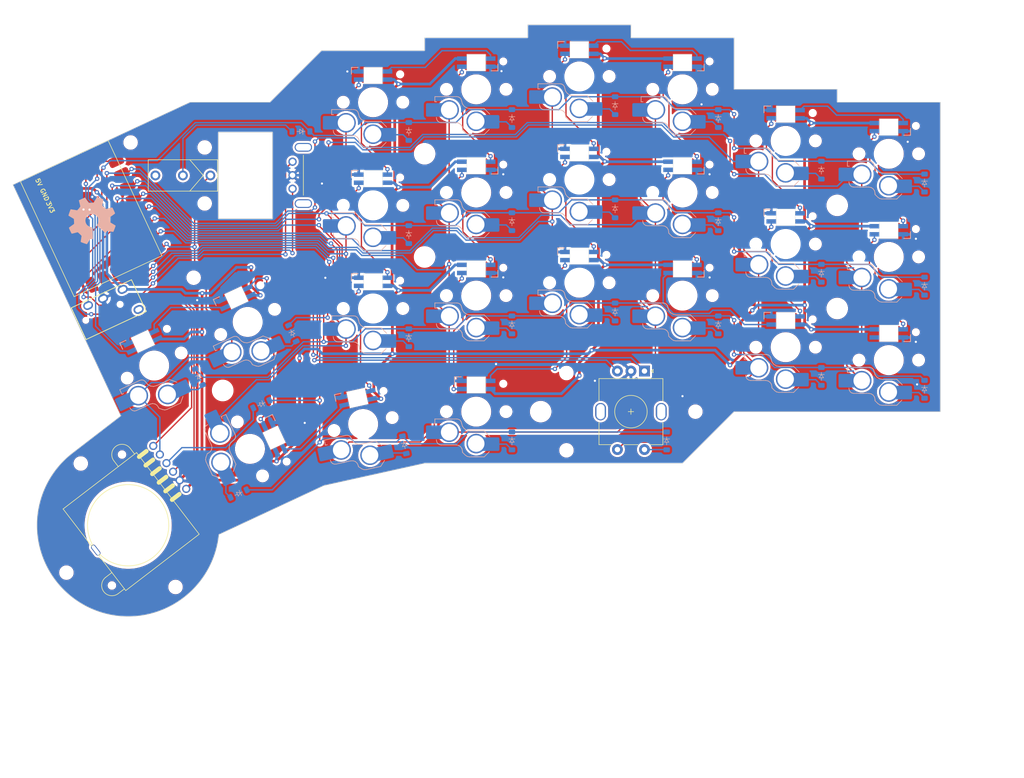
<source format=kicad_pcb>
(kicad_pcb (version 20221018) (generator pcbnew)
  (layers (0 "F.Cu" signal) (31 "B.Cu" signal) (34 "B.Paste" user) (35 "F.Paste" user) (36 "B.SilkS" user "B.Silkscreen") (37 "F.SilkS" user "F.Silkscreen") (38 "B.Mask" user) (39 "F.Mask" user) (44 "Edge.Cuts" user))
  (net 0 "")
  (net 1 "5V-R")
  (net 2 "Right_data")
  (net 3 "GND1")
  (net 6 "X2")
  (net 7 "Y2")
  (net 8 "col5x")
  (net 9 "col4x")
  (net 10 "col3x")
  (net 11 "col2x")
  (net 12 "RGB-R")
  (net 13 "A4")
  (net 14 "B4")
  (net 15 "A3")
  (net 16 "B3")
  (net 17 "row1x")
  (net 18 "row2x")
  (net 19 "row3x")
  (net 20 "col6x")
  (net 21 "col0x")
  (net 22 "col1x")
  (net 23 "Net-(D28-Pad2)")
  (net 24 "Net-(D29-Pad2)")
  (net 25 "Net-(K27-S2)")
  (net 26 "Net-(D31-Pad2)")
  (net 27 "Net-(D32-Pad2)")
  (net 28 "Net-(D33-Pad2)")
  (net 29 "Net-(D34-Pad2)")
  (net 30 "Net-(D35-Pad2)")
  (net 31 "Net-(D36-Pad2)")
  (net 32 "Net-(D37-Pad2)")
  (net 33 "Net-(D38-Pad2)")
  (net 34 "Net-(D40-Pad2)")
  (net 35 "Net-(D41-Pad2)")
  (net 36 "Net-(D42-Pad2)")
  (net 37 "Net-(D43-Pad2)")
  (net 38 "Net-(D44-Pad2)")
  (net 39 "Net-(D45-Pad2)")
  (net 40 "Net-(D46-Pad2)")
  (net 41 "Net-(D47-Pad2)")
  (net 42 "Net-(D48-Pad2)")
  (net 43 "Net-(K30-SW)")
  (net 44 "Net-(D39-Pad2)")
  (net 45 "Net-(D50-Pad2)")
  (net 46 "row0x")
  (net 47 "Net-(K49-SW)")
  (net 48 "Net-(D51-Pad2)")
  (net 49 "Net-(L24-DOUT)")
  (net 50 "Net-(L25-DOUT)")
  (net 51 "Net-(L26-DOUT)")
  (net 52 "Net-(L27-DOUT)")
  (net 53 "Net-(L28-DOUT)")
  (net 54 "Net-(L29-DOUT)")
  (net 55 "Net-(L30-DOUT)")
  (net 56 "Net-(L31-DOUT)")
  (net 57 "Net-(L32-DOUT)")
  (net 58 "Net-(L33-DOUT)")
  (net 59 "Net-(L34-DOUT)")
  (net 60 "Net-(L35-DOUT)")
  (net 61 "Net-(L36-DOUT)")
  (net 62 "Net-(L37-DOUT)")
  (net 63 "Net-(L38-DOUT)")
  (net 64 "Net-(L39-DOUT)")
  (net 65 "Net-(L40-DOUT)")
  (net 66 "Net-(L41-DOUT)")
  (net 67 "Net-(L42-DOUT)")
  (net 68 "Net-(L43-DOUT)")
  (net 69 "Net-(L44-DOUT)")
  (net 70 "Net-(L45-DOUT)")
  (net 73 "Net-(D52-Pad2)")
  (footprint "DreaM117er-keebLibrary:SW_Choc_KLP12_Hotswap_Plated_1.00u" (layer "F.Cu") (at 335.483 96.039 180)
    (fp_text reference "K43")
    (fp_text value "SW_Push")
  )
  (footprint "DreaM117er-keebLibrary:SW_Choc_KLP12_Hotswap_Plated_1.00u" (layer "F.Cu") (at 354.533 105.564 180)
    (fp_text reference "K47")
    (fp_text value "SW_Push")
  )
  (footprint "DreaM117er-keebLibrary:SW_Choc_KLP12_Hotswap_Plated_1.00u" (layer "F.Cu") (at 297.383 76.989 180)
    (fp_text reference "K35")
    (fp_text value "SW_Push")
  )
  (footprint "DreaM117er-keebLibrary:SW_Choc_KLP12_Hotswap_Plated_1.00u" (layer "F.Cu") (at 354.533 86.514 180)
    (fp_text reference "K46")
    (fp_text value "SW_Push")
  )
  (footprint "DreaM117er-keebLibrary:MCU_RP2040SuperMini_SMD" (layer "F.Cu") (at 226.255462 100.851383 25)
    (fp_text reference "U2")
    (fp_text value "MCU_Right")
  )
  (footprint "DreaM117er-keebLibrary:SW_Choc_KLP12_Hotswap_Plated_1.00u" (layer "F.Cu") (at 373.583 126.995 180)
    (fp_text reference "K52")
    (fp_text value "SW_Push")
  )
  (footprint "DreaM117er-keebLibrary:SW_Choc_KLP12_Hotswap_Plated_1.00u" (layer "F.Cu") (at 278.333 117.47 180)
    (fp_text reference "K33")
    (fp_text value "SW_Push")
  )
  (footprint "MountingHole:MountingHole_2.2mm_M2" (layer "F.Cu") (at 337.865 136.52)
    (fp_text reference "H4" hide)
    (fp_text value "M2")
  )
  (footprint "DreaM117er-keebLibrary:RotaryEncoder_MouseWheel" (layer "F.Cu") (at 263.458 92.895 180)
    (fp_text reference "RE2" hide)
    (fp_text value "MW")
    (fp_line (start 3.7 -8) (end 3.7 8) (stroke (width 0.12)) (layer "Edge.Cuts"))
    (fp_line (start 3.7 -8) (end 13.7 -8) (stroke (width 0.12)) (layer "Edge.Cuts"))
    (fp_line (start 3.7 8) (end 13.7 8) (stroke (width 0.12)) (layer "Edge.Cuts"))
    (fp_line (start 13.7 8) (end 13.7 -8) (stroke (width 0.12)) (layer "Edge.Cuts"))
  )
  (footprint "DreaM117er-keebLibrary:SW_Choc_KLP12_Hotswap_Plated_1.00u" (layer "F.Cu") (at 255.167693 119.9536 -155)
    (fp_text reference "K28")
    (fp_text value "SW_Push")
  )
  (footprint "DreaM117er-keebLibrary:SW_Choc_KLP12_Hotswap_Plated_1.00u" (layer "F.Cu") (at 335.483 76.989 180)
    (fp_text reference "K42")
    (fp_text value "SW_Push")
  )
  (footprint "DreaM117er-keebLibrary:SW_Choc_KLP12_Hotswap_Plated_1.00u" (layer "F.Cu") (at 276.497 138.807 -167.5)
    (fp_text reference "K38")
    (fp_text value "SW_Push")
  )
  (footprint "DreaM117er-keebLibrary:SW_Choc_KLP12_Hotswap_Plated_1.00u" (layer "F.Cu") (at 335.483 115.089 180)
    (fp_text reference "K44")
    (fp_text value "SW_Push")
  )
  (footprint "DreaM117er-keebLibrary:RotaryEncoder_EC11" (layer "F.Cu") (at 325.958 136.52 -90)
    (fp_text reference "K49")
    (fp_text value "EC-11")
  )
  (footprint "DreaM117er-keebLibrary:SW_Choc_KLP12_Hotswap_Plated_1.25u" (layer "F.Cu") (at 255.593945 143.401576 115)
    (fp_text reference "K34")
    (fp_text value "SW_Push")
  )
  (footprint "DreaM117er-keebLibrary:SW_Choc_KLP12_Hotswap_Plated_1.00u" (layer "F.Cu") (at 278.333 79.37 180)
    (fp_text reference "K31")
    (fp_text value "SW_Push")
  )
  (footprint "DreaM117er-keebLibrary:Joystick_NSJoy-con" (layer "F.Cu") (at 233.096 157.501 37.5)
    (fp_text reference "K30")
    (fp_text value "NS Joy-con")
  )
  (footprint "DreaM117er-keebLibrary:SW_Choc_KLP12_Hotswap_Plated_1.00u" (layer "F.Cu") (at 316.433 93.658 180)
    (fp_text reference "K40")
    (fp_text value "SW_Push")
  )
  (footprint "MountingHole:MountingHole_3.5mm" (layer "F.Cu") (at 364.058 98.42)
    (fp_text reference "H11" hide)
    (fp_text value "3.5mm")
  )
  (footprint "DreaM117er-keebLibrary:SW_Choc_KLP12_Hotswap_Plated_1.00u" (layer "F.Cu") (at 297.383 96.039 180)
    (fp_text reference "K36")
    (fp_text value "SW_Push")
  )
  (footprint "DreaM117er-keebLibrary:SW_Choc_KLP12_Hotswap_Plated_1.00u" (layer "F.Cu") (at 316.433 112.708 180)
    (fp_text reference "K41")
    (fp_text value "SW_Push")
  )
  (footprint "MountingHole:MountingHole_2.2mm_M2" (layer "F.Cu") (at 314.051 143.664)
    (fp_text reference "H6" hide)
    (fp_text value "M2")
  )
  (footprint "DreaM117er-keebLibrary:SW_Choc_KLP12_Hotswap_Plated_1.00u" (layer "F.Cu") (at 354.533 124.614 180)
    (fp_text reference "K48")
    (fp_text value "SW_Push")
  )
  (footprint "DreaM117er-keebLibrary:SW_Choc_KLP12_Hotswap_Plated_1.00u" (layer "F.Cu") (at 237.902945 128.0046 -155)
    (fp_text reference "K29")
    (fp_text value "SW_Push")
  )
  (footprint "MountingHole:MountingHole_3.5mm" (layer "F.Cu") (at 364.058 117.47)
    (fp_text reference "H12" hide)
    (fp_text value "3.5mm")
  )
  (footprint "MountingHole:MountingHole_3.5mm" (layer "F.Cu") (at 287.858 88.895)
    (fp_text reference "H16" hide)
    (fp_text value "3.5mm")
  )
  (footprint "DreaM117er-keebLibrary:SW_MicroSwitches_Kailh_THT" (layer "F.Cu") (at 249.608 92.895 -90)
    (fp_text reference "K27" hide)
    (fp_text value "~" hide)
  )
  (footprint "DreaM117er-keebLibrary:TRRS-PJ-320A" (layer "F.Cu") (at 223.816908 120.336189 115)
    (fp_text reference "T2" hide)
    (fp_text value "TRRS_L" hide)
  )
  (footprint "DreaM117er-keebLibrary:SW_Choc_KLP12_Hotswap_Plated_1.00u" (layer "F.Cu") (at 297.383 115.089 180)
    (fp_text reference "K37")
    (fp_text value "SW_Push")
  )
  (footprint "MountingHole:MountingHole_2.2mm_M2" (layer "F.Cu") (at 314.051 129.376)
    (fp_text reference "H5" hide)
    (fp_text value "M2")
  )
  (footprint "DreaM117er-keebLibrary:SW_Choc_KLP12_Hotswap_Plated_1.00u" (layer "F.Cu") (at 373.583 107.945 180)
    (fp_text reference "K51")
    (fp_text value "SW_Push")
  )
  (footprint "DreaM117er-keebLibrary:SW_Choc_KLP12_Hotswap_Plated_1.00u" (layer "F.Cu") (at 297.383 136.52 180)
    (fp_text reference "K45")
    (fp_text value "SW_Push")
  )
  (footprint "MountingHole:MountingHole_3.5mm" (layer "F.Cu") (at 309.289 136.52)
    (fp_text reference "H8" hide)
    (fp_text value "3.5mm")
  )
  (footprint "MountingHole:MountingHole_3.5mm" (layer "F.Cu") (at 250.562 132.611)
    (fp_text reference "H18" hide)
    (fp_text value "3.5mm")
  )
  (footprint "MountingHole:MountingHole_3.5mm" (layer "F.Cu") (at 287.858 107.945)
    (fp_text reference "H17" hide)
    (fp_text value "3.5mm")
  )
  (footprint "DreaM117er-keebLibrary:SW_Choc_KLP12_Hotswap_Plated_1.00u" (layer "F.Cu") (at 278.333 98.42 180)
    (fp_text reference "K32")
    (fp_text value "SW_Push")
  )
  (footprint "DreaM117er-keebLibrary:SW_Choc_KLP12_Hotswap_Plated_1.00u" (layer "F.Cu") (at 373.583 88.895 180)
    (fp_text reference "K50")
    (fp_text value "SW_Push")
  )
  (footprint "DreaM117er-keebLibrary:SW_Choc_KLP12_Hotswap_Plated_1.00u" (layer "F.Cu") (at 316.433 74.608 180)
    (fp_text reference "K39")
    (fp_text value "SW_Push")
  )
  (footprint "DreaM117er-keebLibrary:D_SOD-123" (layer "B.Cu") (at 361.133 91.914 -90)
    (fp_text reference "D46" hide)
    (fp_text value "1N4148_TS")
  )
  (footprint "DreaM117er-keebLibrary:D_SOD-123" (layer "B.Cu") (at 263.431 122.058 -65)
    (fp_text reference "D28" hide)
    (fp_text value "1N4148_TS")
  )
  (footprint "DreaM117er-keebLibrary:LED_SK6812MINI-E" (layer "B.Cu") (at 354.533 100.634)
    (fp_text reference "L42")
    (fp_text value "WS2812B" hide)
    (fp_line (start -1.75 -1.55) (end -1.75 1.55) (stroke (width 0.05)) (layer "Edge.Cuts"))
    (fp_line (start -1.75 1.55) (end 1.75 1.55) (stroke (width 0.05)) (layer "Edge.Cuts"))
    (fp_line (start 1.75 -1.55) (end -1.75 -1.55) (stroke (width 0.05)) (layer "Edge.Cuts"))
    (fp_line (start 1.75 1.55) (end 1.75 -1.55) (stroke (width 0.05)) (layer "Edge.Cuts"))
  )
  (footprint "DreaM117er-keebLibrary:D_SOD-123" (layer "B.Cu") (at 265.008 84.77 180)
    (fp_text reference "D27" hide)
    (fp_text value "1N4148_TS")
  )
  (footprint "DreaM117er-keebLibrary:LED_SK6812MINI-E" (layer "B.Cu") (at 297.383 72.059 180)
    (fp_text reference "L31")
    (fp_text value "WS2812B" hide)
    (fp_line (start -1.75 -1.55) (end -1.75 1.55) (stroke (width 0.05)) (layer "Edge.Cuts"))
    (fp_line (start -1.75 1.55) (end 1.75 1.55) (stroke (width 0.05)) (layer "Edge.Cuts"))
    (fp_line (start 1.75 -1.55) (end -1.75 -1.55) (stroke (width 0.05)) (layer "Edge.Cuts"))
    (fp_line (start 1.75 1.55) (end 1.75 -1.55) (stroke (width 0.05)) (layer "Edge.Cuts"))
  )
  (footprint "DreaM117er-keebLibrary:D_SOD-123" (layer "B.Cu") (at 380.183 132.395 -90)
    (fp_text reference "D52" hide)
    (fp_text value "1N4148_TS")
  )
  (footprint "DreaM117er-keebLibrary:LED_SK6812MINI-E" (layer "B.Cu") (at 235.819 123.537 25)
    (fp_text reference "L24")
    (fp_text value "WS2812B" hide)
    (fp_line (start -1.75 -1.55) (end -1.75 1.55) (stroke (width 0.05)) (layer "Edge.Cuts"))
    (fp_line (start -1.75 1.55) (end 1.75 1.55) (stroke (width 0.05)) (layer "Edge.Cuts"))
    (fp_line (start 1.75 -1.55) (end -1.75 -1.55) (stroke (width 0.05)) (layer "Edge.Cuts"))
    (fp_line (start 1.75 1.55) (end 1.75 -1.55) (stroke (width 0.05)) (layer "Edge.Cuts"))
  )
  (footprint "DreaM117er-keebLibrary:LED_SK6812MINI-E" (layer "B.Cu") (at 373.583 83.965 180)
    (fp_text reference "L44")
    (fp_text value "WS2812B" hide)
    (fp_line (start -1.75 -1.55) (end -1.75 1.55) (stroke (width 0.05)) (layer "Edge.Cuts"))
    (fp_line (start -1.75 1.55) (end 1.75 1.55) (stroke (width 0.05)) (layer "Edge.Cuts"))
    (fp_line (start 1.75 -1.55) (end -1.75 -1.55) (stroke (width 0.05)) (layer "Edge.Cuts"))
    (fp_line (start 1.75 1.55) (end 1.75 -1.55) (stroke (width 0.05)) (layer "Edge.Cuts"))
  )
  (footprint "DreaM117er-keebLibrary:LED_SK6812MINI-E" (layer "B.Cu") (at 297.383 131.59)
    (fp_text reference "L34")
    (fp_text value "WS2812B" hide)
    (fp_line (start -1.75 -1.55) (end -1.75 1.55) (stroke (width 0.05)) (layer "Edge.Cuts"))
    (fp_line (start -1.75 1.55) (end 1.75 1.55) (stroke (width 0.05)) (layer "Edge.Cuts"))
    (fp_line (start 1.75 -1.55) (end -1.75 -1.55) (stroke (width 0.05)) (layer "Edge.Cuts"))
    (fp_line (start 1.75 1.55) (end 1.75 -1.55) (stroke (width 0.05)) (layer "Edge.Cuts"))
  )
  (footprint "DreaM117er-keebLibrary:D_SOD-123" (layer "B.Cu") (at 332.558 141.92 -90)
    (fp_text reference "D49" hide)
    (fp_text value "1N4148_TS")
  )
  (footprint "DreaM117er-keebLibrary:LED_SK6812MINI-E" (layer "B.Cu") (at 354.533 81.584)
    (fp_text reference "L43")
    (fp_text value "WS2812B" hide)
    (fp_line (start -1.75 -1.55) (end -1.75 1.55) (stroke (width 0.05)) (layer "Edge.Cuts"))
    (fp_line (start -1.75 1.55) (end 1.75 1.55) (stroke (width 0.05)) (layer "Edge.Cuts"))
    (fp_line (start 1.75 -1.55) (end -1.75 -1.55) (stroke (width 0.05)) (layer "Edge.Cuts"))
    (fp_line (start 1.75 1.55) (end 1.75 -1.55) (stroke (width 0.05)) (layer "Edge.Cuts"))
  )
  (footprint "DreaM117er-keebLibrary:LED_SK6812MINI-E" (layer "B.Cu") (at 354.533 119.684)
    (fp_text reference "L41")
    (fp_text value "WS2812B" hide)
    (fp_line (start -1.75 -1.55) (end -1.75 1.55) (stroke (width 0.05)) (layer "Edge.Cuts"))
    (fp_line (start -1.75 1.55) (end 1.75 1.55) (stroke (width 0.05)) (layer "Edge.Cuts"))
    (fp_line (start 1.75 -1.55) (end -1.75 -1.55) (stroke (width 0.05)) (layer "Edge.Cuts"))
    (fp_line (start 1.75 1.55) (end 1.75 -1.55) (stroke (width 0.05)) (layer "Edge.Cuts"))
  )
  (footprint "DreaM117er-keebLibrary:LED_SK6812MINI-E" (layer "B.Cu") (at 260.06189 141.317152 -65)
    (fp_text reference "L26")
    (fp_text value "WS2812B" hide)
    (fp_line (start -1.75 -1.55) (end -1.75 1.55) (stroke (width 0.05)) (layer "Edge.Cuts"))
    (fp_line (start -1.75 1.55) (end 1.75 1.55) (stroke (width 0.05)) (layer "Edge.Cuts"))
    (fp_line (start 1.75 -1.55) (end -1.75 -1.55) (stroke (width 0.05)) (layer "Edge.Cuts"))
    (fp_line (start 1.75 1.55) (end 1.75 -1.55) (stroke (width 0.05)) (layer "Edge.Cuts"))
  )
  (footprint "DreaM117er-keebLibrary:LED_SK6812MINI-E" (layer "B.Cu") (at 335.483 91.109 180)
    (fp_text reference "L39")
    (fp_text value "WS2812B" hide)
    (fp_line (start -1.75 -1.55) (end -1.75 1.55) (stroke (width 0.05)) (layer "Edge.Cuts"))
    (fp_line (start -1.75 1.55) (end 1.75 1.55) (stroke (width 0.05)) (layer "Edge.Cuts"))
    (fp_line (start 1.75 -1.55) (end -1.75 -1.55) (stroke (width 0.05)) (layer "Edge.Cuts"))
    (fp_line (start 1.75 1.55) (end 1.75 -1.55) (stroke (width 0.05)) (layer "Edge.Cuts"))
  )
  (footprint "DreaM117er-keebLibrary:D_SOD-123" (layer "B.Cu") (at 323.033 99.058 -90)
    (fp_text reference "D40" hide)
    (fp_text value "1N4148_TS")
  )
  (footprint "DreaM117er-keebLibrary:D_SOD-123" (layer "B.Cu") (at 246.167 130.109 -65)
    (fp_text reference "D29" hide)
    (fp_text value "1N4148_TS")
  )
  (footprint "DreaM117er-keebLibrary:D_SOD-123" (layer "B.Cu") (at 303.983 141.92 -90)
    (fp_text reference "D45" hide)
    (fp_text value "1N4148_TS")
  )
  (footprint "DreaM117er-keebLibrary:D_SOD-123" (layer "B.Cu") (at 342.083 120.489 -90)
    (fp_text reference "D44" hide)
    (fp_text value "1N4148_TS")
  )
  (footprint "DreaM117er-keebLibrary:D_SOD-123" (layer "B.Cu") (at 257.699 135.138 -155)
    (fp_text reference "D30" hide)
    (fp_text value "1N4148_TS")
  )
  (footprint "DreaM117er-keebLibrary:D_SOD-123" (layer "B.Cu") (at 323.033 80.008 -90)
    (fp_text reference "D39" hide)
    (fp_text value "1N4148_TS")
  )
  (footprint "DreaM117er-keebLibrary:D_SOD-123" (layer "B.Cu") (at 342.083 82.389 -90)
    (fp_text reference "D42" hide)
    (fp_text value "1N4148_TS")
  )
  (footprint "DreaM117er-keebLibrary:D_SOD-123" (layer "B.Cu") (at 284.933 122.87 -90)
    (fp_text reference "D33" hide)
    (fp_text value "1N4148_TS")
  )
  (footprint "DreaM117er-keebLibrary:LED_SK6812MINI-E" (layer "B.Cu") (at 297.383 110.159 180)
    (fp_text reference "L33")
    (fp_text value "WS2812B" hide)
    (fp_line (start -1.75 -1.55) (end -1.75 1.55) (stroke (width 0.05)) (layer "Edge.Cuts"))
    (fp_line (start -1.75 1.55) (end 1.75 1.55) (stroke (width 0.05)) (layer "Edge.Cuts"))
    (fp_line (start 1.75 -1.55) (end -1.75 -1.55) (stroke (width 0.05)) (layer "Edge.Cuts"))
    (fp_line (start 1.75 1.55) (end 1.75 -1.55) (stroke (width 0.05)) (layer "Edge.Cuts"))
  )
  (footprint "DreaM117er-keebLibrary:LED_SK6812MINI-E" (layer "B.Cu") (at 297.383 91.109 180)
    (fp_text reference "L32")
    (fp_text value "WS2812B" hide)
    (fp_line (start -1.75 -1.55) (end -1.75 1.55) (stroke (width 0.05)) (layer "Edge.Cuts"))
    (fp_line (start -1.75 1.55) (end 1.75 1.55) (stroke (width 0.05)) (layer "Edge.Cuts"))
    (fp_line (start 1.75 -1.55) (end -1.75 -1.55) (stroke (width 0.05)) (layer "Edge.Cuts"))
    (fp_line (start 1.75 1.55) (end 1.75 -1.55) (stroke (width 0.05)) (layer "Edge.Cuts"))
  )
  (footprint "DreaM117er-keebLibrary:D_SOD-123" (layer "B.Cu") (at 323.033 118.108 -90)
    (fp_text reference "D41" hide)
    (fp_text value "1N4148_TS")
  )
  (footprint "DreaM117er-keebLibrary:LED_SK6812MINI-E" (layer "B.Cu") (at 278.333 74.44)
    (fp_text reference "L30")
    (fp_text value "WS2812B" hide)
    (fp_line (start -1.75 -1.55) (end -1.75 1.55) (stroke (width 0.05)) (layer "Edge.Cuts"))
    (fp_line (start -1.75 1.55) (end 1.75 1.55) (stroke (width 0.05)) (layer "Edge.Cuts"))
    (fp_line (start 1.75 -1.55) (end -1.75 -1.55) (stroke (width 0.05)) (layer "Edge.Cuts"))
    (fp_line (start 1.75 1.55) (end 1.75 -1.55) (stroke (width 0.05)) (layer "Edge.Cuts"))
  )
  (footprint "DreaM117er-keebLibrary:D_SOD-123" (layer "B.Cu") (at 303.983 101.439 -90)
    (fp_text reference "D36" hide)
    (fp_text value "1N4148_TS")
  )
  (footprint "DreaM117er-keebLibrary:D_SOD-123" (layer "B.Cu") (at 342.083 101.439 -90)
    (fp_text reference "D43" hide)
    (fp_text value "1N4148_TS")
  )
  (footprint "DreaM117er-keebLibrary:LED_SK6812MINI-E" (layer "B.Cu") (at 373.583 103.015 180)
    (fp_text reference "L45")
    (fp_text value "WS2812B" hide)
    (fp_line (start -1.75 -1.55) (end -1.75 1.55) (stroke (width 0.05)) (layer "Edge.Cuts"))
    (fp_line (start -1.75 1.55) (end 1.75 1.55) (stroke (width 0.05)) (layer "Edge.Cuts"))
    (fp_line (start 1.75 -1.55) (end -1.75 -1.55) (stroke (width 0.05)) (layer "Edge.Cuts"))
    (fp_line (start 1.75 1.55) (end 1.75 -1.55) (stroke (width 0.05)) (layer "Edge.Cuts"))
  )
  (footprint "DreaM117er-keebLibrary:LED_SK6812MINI-E" (layer "B.Cu") (at 275.43 133.994 12.5)
    (fp_text reference "L27")
    (fp_text value "WS2812B" hide)
    (fp_line (start -1.75 -1.55) (end -1.75 1.55) (stroke (width 0.05)) (layer "Edge.Cuts"))
    (fp_line (start -1.75 1.55) (end 1.75 1.55) (stroke (width 0.05)) (layer "Edge.Cuts"))
    (fp_line (start 1.75 -1.55) (end -1.75 -1.55) (stroke (width 0.05)) (layer "Edge.Cuts"))
    (fp_line (start 1.75 1.55) (end 1.75 -1.55) (stroke (width 0.05)) (layer "Edge.Cuts"))
  )
  (footprint "DreaM117er-keebLibrary:LED_SK6812MINI-E" (layer "B.Cu") (at 316.433 88.728)
    (fp_text reference "L36")
    (fp_text value "WS2812B" hide)
    (fp_line (start -1.75 -1.55) (end -1.75 1.55) (stroke (width 0.05)) (layer "Edge.Cuts"))
    (fp_line (start -1.75 1.55) (end 1.75 1.55) (stroke (width 0.05)) (layer "Edge.Cuts"))
    (fp_line (start 1.75 -1.55) (end -1.75 -1.55) (stroke (width 0.05)) (layer "Edge.Cuts"))
    (fp_line (start 1.75 1.55) (end 1.75 -1.55) (stroke (width 0.05)) (layer "Edge.Cuts"))
  )
  (footprint "DreaM117er-keebLibrary:LED_SK6812MINI-E" (layer "B.Cu") (at 373.583 122.065 180)
    (fp_text reference "L46")
    (fp_text value "WS2812B" hide)
    (fp_line (start -1.75 -1.55) (end -1.75 1.55) (stroke (width 0.05)) (layer "Edge.Cuts"))
    (fp_line (start -1.75 1.55) (end 1.75 1.55) (stroke (width 0.05)) (layer "Edge.Cuts"))
    (fp_line (start 1.75 -1.55) (end -1.75 -1.55) (stroke (width 0.05)) (layer "Edge.Cuts"))
    (fp_line (start 1.75 1.55) (end 1.75 -1.55) (stroke (width 0.05)) (layer "Edge.Cuts"))
  )
  (footprint "DreaM117er-keebLibrary:D_SOD-123" (layer "B.Cu") (at 284.933 84.77 -90)
    (fp_text reference "D31" hide)
    (fp_text value "1N4148_TS")
  )
  (footprint "DreaM117er-keebLibrary:D_SOD-123" (layer "B.Cu") (at 303.983 120.489 -90)
    (fp_text reference "D37" hide)
    (fp_text value "1N4148_TS")
  )
  (footprint "DreaM117er-keebLibrary:D_SOD-123" (layer "B.Cu") (at 380.183 113.345 -90)
    (fp_text reference "D51" hide)
    (fp_text value "1N4148_TS")
  )
  (footprint "DreaM117er-keebLibrary:LED_SK6812MINI-E" (layer "B.Cu") (at 278.333 93.49)
    (fp_text reference "L29")
    (fp_text value "WS2812B" hide)
    (fp_line (start -1.75 -1.55) (end -1.75 1.55) (stroke (width 0.05)) (layer "Edge.Cuts"))
    (fp_line (start -1.75 1.55) (end 1.75 1.55) (stroke (width 0.05)) (layer "Edge.Cuts"))
    (fp_line (start 1.75 -1.55) (end -1.75 -1.55) (stroke (width 0.05)) (layer "Edge.Cuts"))
    (fp_line (start 1.75 1.55) (end 1.75 -1.55) (stroke (width 0.05)) (layer "Edge.Cuts"))
  )
  (footprint "DreaM117er-keebLibrary:LED_SK6812MINI-E" (layer "B.Cu") (at 316.433 107.778)
    (fp_text reference "L35")
    (fp_text value "WS2812B" hide)
    (fp_line (start -1.75 -1.55) (end -1.75 1.55) (stroke (width 0.05)) (layer "Edge.Cuts"))
    (fp_line (start -1.75 1.55) (end 1.75 1.55) (stroke (width 0.05)) (layer "Edge.Cuts"))
    (fp_line (start 1.75 -1.55) (end -1.75 -1.55) (stroke (width 0.05)) (layer "Edge.Cuts"))
    (fp_line (start 1.75 1.55) (end 1.75 -1.55) (stroke (width 0.05)) (layer "Edge.Cuts"))
  )
  (footprint "DreaM117er-keebLibrary:D_SOD-123" (layer "B.Cu") (at 303.983 82.389 -90)
    (fp_text reference "D35" hide)
    (fp_text value "1N4148_TS")
  )
  (footprint "DreaM117er-keebLibrary:D_SOD-123" (layer "B.Cu") (at 253.489408 151.66568 -155)
    (fp_text reference "D34" hide)
    (fp_text value "1N4148_TS")
  )
  (footprint "DreaM117er-keebLibrary:LED_SK6812MINI-E" (layer "B.Cu") (at 278.333 112.54)
    (fp_text reference "L28")
    (fp_text value "WS2812B" hide)
    (fp_line (start -1.75 -1.55) (end -1.75 1.55) (stroke (width 0.05)) (layer "Edge.Cuts"))
    (fp_line (start -1.75 1.55) (end 1.75 1.55) (stroke (width 0.05)) (layer "Edge.Cuts"))
    (fp_line (start 1.75 -1.55) (end -1.75 -1.55) (stroke (width 0.05)) (layer "Edge.Cuts"))
    (fp_line (start 1.75 1.55) (end 1.75 -1.55) (stroke (width 0.05)) (layer "Edge.Cuts"))
  )
  (footprint "DreaM117er-keebLibrary:LED_SK6812MINI-E" (layer "B.Cu") (at 335.483 110.159 180)
    (fp_text reference "L40")
    (fp_text value "WS2812B" hide)
    (fp_line (start -1.75 -1.55) (end -1.75 1.55) (stroke (width 0.05)) (layer "Edge.Cuts"))
    (fp_line (start -1.75 1.55) (end 1.75 1.55) (stroke (width 0.05)) (layer "Edge.Cuts"))
    (fp_line (start 1.75 -1.55) (end -1.75 -1.55) (stroke (width 0.05)) (layer "Edge.Cuts"))
    (fp_line (start 1.75 1.55) (end 1.75 -1.55) (stroke (width 0.05)) (layer "Edge.Cuts"))
  )
  (footprint "DreaM117er-keebLibrary:LED_SK6812MINI-E" (layer "B.Cu") (at 253.084 115.486 25)
    (fp_text reference "L25")
    (fp_text value "WS2812B" hide)
    (fp_line (start -1.75 -1.55) (end -1.75 1.55) (stroke (width 0.05)) (layer "Edge.Cuts"))
    (fp_line (start -1.75 1.55) (end 1.75 1.55) (stroke (width 0.05)) (layer "Edge.Cuts"))
    (fp_line (start 1.75 -1.55) (end -1.75 -1.55) (stroke (width 0.05)) (layer "Edge.Cuts"))
    (fp_line (start 1.75 1.55) (end 1.75 -1.55) (stroke (width 0.05)) (layer "Edge.Cuts"))
  )
  (footprint "Symbol:OSHW-Symbol_8.9x8mm_SilkScreen" (layer "B.Cu") (at 226.255462 100.851383 -155)
    (fp_text reference "SYM2" hide)
    (fp_text value "Logo" hide)
  )
  (footprint "DreaM117er-keebLibrary:D_SOD-123" (layer "B.Cu") (at 361.133 110.964 -90)
    (fp_text reference "D47" hide)
    (fp_text value "1N4148_TS")
  )
  (footprint "DreaM117er-keebLibrary:LED_SK6812MINI-E" (layer "B.Cu") (at 335.483 72.059 180)
    (fp_text reference "L38")
    (fp_text value "WS2812B" hide)
    (fp_line (start -1.75 -1.55) (end -1.75 1.55) (stroke (width 0.05)) (layer "Edge.Cuts"))
    (fp_line (start -1.75 1.55) (end 1.75 1.55) (stroke (width 0.05)) (layer "Edge.Cuts"))
    (fp_line (start 1.75 -1.55) (end -1.75 -1.55) (stroke (width 0.05)) (layer "Edge.Cuts"))
    (fp_line (start 1.75 1.55) (end 1.75 -1.55) (stroke (width 0.05)) (layer "Edge.Cuts"))
  )
  (footprint "DreaM117er-keebLibrary:LED_SK6812MINI-E" (layer "B.Cu") (at 316.433 69.678)
    (fp_text reference "L37")
    (fp_text value "WS2812B" hide)
    (fp_line (start -1.75 -1.55) (end -1.75 1.55) (stroke (width 0.05)) (layer "Edge.Cuts"))
    (fp_line (start -1.75 1.55) (end 1.75 1.55) (stroke (width 0.05)) (layer "Edge.Cuts"))
    (fp_line (start 1.75 -1.55) (end -1.75 -1.55) (stroke (width 0.05)) (layer "Edge.Cuts"))
    (fp_line (start 1.75 1.55) (end 1.75 -1.55) (stroke (width 0.05)) (layer "Edge.Cuts"))
  )
  (footprint "DreaM117er-keebLibrary:D_SOD-123" (layer "B.Cu") (at 284.933 103.82 -90)
    (fp_text reference "D32" hide)
    (fp_text value "1N4148_TS")
  )
  (footprint "DreaM117er-keebLibrary:D_SOD-123" (layer "B.Cu") (at 380.183 94.295 -90)
    (fp_text reference "D50" hide)
    (fp_text value "1N4148_TS")
  )
  (footprint "DreaM117er-keebLibrary:D_SOD-123" (layer "B.Cu") (at 361.133 130.014 -90)
    (fp_text reference "D48" hide)
    (fp_text value "1N4148_TS")
  )
  (footprint "DreaM117er-keebLibrary:D_SOD-123" (layer "B.Cu") (at 284.109 142.65 -77.5)
    (fp_text reference "D38" hide)
    (fp_text value "1N4148_TS")
  )
  (gr_line locked (start 364.057559 76.988951) (end 364.057559 79.369951) (stroke (width 0.1)) (layer "Edge.Cuts"))
  (gr_line locked (start 287.857559 67.463951) (end 306.907559 67.463951) (stroke (width 0.1)) (layer "Edge.Cuts"))
  (gr_line locked (start 345.007559 67.463951) (end 345.007559 76.988951) (stroke (width 0.1)) (layer "Edge.Cuts"))
  (gr_line locked (start 345.007559 136.519951) (end 335.482559 146.044951) (stroke (width 0.1)) (layer "Edge.Cuts"))
  (gr_line locked (start 383.107559 136.519951) (end 345.007559 136.519951) (stroke (width 0.1)) (layer "Edge.Cuts"))
  (gr_line locked (start 287.857559 69.844951) (end 268.807559 69.844951) (stroke (width 0.1)) (layer "Edge.Cuts"))
  (gr_line locked (start 268.807559 69.844951) (end 259.282559 79.369951) (stroke (width 0.1)) (layer "Edge.Cuts"))
  (gr_line locked (start 269.259368 150.167807) (end 249.847227 159.219715) (stroke (width 0.1)) (layer "Edge.Cuts"))
  (gr_line locked (start 383.107559 79.369951) (end 383.107559 136.519951) (stroke (width 0.1)) (layer "Edge.Cuts"))
  (gr_line locked (start 269.258325 150.166864) (end 287.857559 146.044951) (stroke (width 0.1)) (layer "Edge.Cuts"))
  (gr_line locked (start 364.057559 79.369951) (end 383.107559 79.369951) (stroke (width 0.1)) (layer "Edge.Cuts"))
  (gr_line locked (start 345.007559 76.988951) (end 364.057559 76.988951) (stroke (width 0.1)) (layer "Edge.Cuts"))
  (gr_line locked (start 325.957559 65.081951) (end 325.957559 67.463951) (stroke (width 0.1)) (layer "Edge.Cuts"))
  (gr_line locked (start 211.824578 94.616126) (end 244.52784 79.369951) (stroke (width 0.1)) (layer "Edge.Cuts"))
  (gr_line locked (start 211.82538 94.616517) (end 231.74 137.3) (stroke (width 0.1)) (layer "Edge.Cuts"))
  (gr_line locked (start 287.857559 146.044951) (end 335.482559 146.044951) (stroke (width 0.1)) (layer "Edge.Cuts"))
  (gr_line locked (start 222.845337 144.142486) (end 231.74 137.3) (stroke (width 0.1)) (layer "Edge.Cuts"))
  (gr_line locked (start 306.907559 65.081951) (end 325.957559 65.081951) (stroke (width 0.1)) (layer "Edge.Cuts"))
  (gr_line locked (start 259.282559 79.369951) (end 244.52784 79.369951) (stroke (width 0.1)) (layer "Edge.Cuts"))
  (gr_line locked (start 306.907559 67.463951) (end 306.907559 65.081951) (stroke (width 0.1)) (layer "Edge.Cuts"))
  (gr_line locked (start 325.957559 67.463951) (end 345.007559 67.463951) (stroke (width 0.1)) (layer "Edge.Cuts"))
  (gr_line locked (start 287.857559 69.844951) (end 287.857559 67.463951) (stroke (width 0.1)) (layer "Edge.Cuts"))
  (gr_arc locked (start 249.847227 159.219715) (mid 224.887529 172.202642) (end 222.845337 144.142486) (stroke (width 0.1)) (layer "Edge.Cuts"))
  (segment (start 281.89 125.83) (end 278.47 129.25) (width 0.5) (layer "F.Cu") (net 1))
  (segment (start 319.96 123.93) (end 318.72 125.17) (width 0.5) (layer "F.Cu") (net 1))
  (segment (start 316.44 127.45) (end 316.44 129.86) (width 0.5) (layer "F.Cu") (net 1))
  (segment (start 319.95 108.19) (end 321.169 109.409) (width 0.5) (layer "F.Cu") (net 1))
  (segment (start 348.38 117.8) (end 346.205 119.975) (width 0.5) (layer "F.Cu") (net 1))
  (segment (start 257.52 115.04) (end 255.81 113.33) (width 0.5) (layer "F.Cu") (net 1))
  (segment (start 264.76 126.65) (end 264.76 141.414196) (width 0.5) (layer "F.Cu") (net 1))
  (segment (start 321.12 90.3) (end 319.95 91.47) (width 0.5) (layer "F.Cu") (net 1))
  (segment (start 358.03 101.025) (end 358.03 84.465) (width 0.5) (layer "F.Cu") (net 1))
  (segment (start 254.6 149.17) (end 248.024604 149.17) (width 0.5) (layer "F.Cu") (net 1))
  (segment (start 246.75 121.788414) (end 246.73 121.808414) (width 0.5) (layer "F.Cu") (net 1))
  (segment (start 358.04 116.85) (end 358.04 103.495) (width 0.5) (layer "F.Cu") (net 1))
  (segment (start 319.93 72.43) (end 319.93 89.11) (width 0.5) (layer "F.Cu") (net 1))
  (segment (start 255.81 113.33) (end 255.81 109.86) (width 0.5) (layer "F.Cu") (net 1))
  (segment (start 321.169 109.409) (end 319.96 110.618) (width 0.5) (layer "F.Cu") (net 1))
  (segment (start 319.95 91.47) (end 319.95 108.19) (width 0.5) (layer "F.Cu") (net 1))
  (segment (start 358.04 120.08) (end 358.04 116.85) (width 0.5) (layer "F.Cu") (net 1))
  (segment (start 282.333 76.687) (end 282.333 94.383) (width 0.5) (layer "F.Cu") (net 1))
  (segment (start 321.11 71.25) (end 319.93 72.43) (width 0.5) (layer "F.Cu") (net 1))
  (segment (start 278.47 132.82) (end 279.8 134.15) (width 0.5) (layer "F.Cu") (net 1))
  (segment (start 283.01 76.01) (end 282.333 76.687) (width 0.5) (layer "F.Cu") (net 1))
  (segment (start 260.502098 145.672098) (end 258.097902 145.672098) (width 0.5) (layer "F.Cu") (net 1))
  (segment (start 258.097902 145.672098) (end 254.6 149.17) (width 0.5) (layer "F.Cu") (net 1))
  (segment (start 264.76 141.414196) (end 260.502098 145.672098) (width 0.5) (layer "F.Cu") (net 1))
  (segment (start 318.72 125.17) (end 316.44 127.45) (width 0.5) (layer "F.Cu") (net 1))
  (segment (start 319.96 110.618) (end 319.96 123.93) (width 0.5) (layer "F.Cu") (net 1))
  (segment (start 346.205 119.975) (end 346.205 125.985) (width 0.5) (layer "F.Cu") (net 1))
  (segment (start 278.47 129.25) (end 278.47 132.82) (width 0.5) (layer "F.Cu") (net 1))
  (segment (start 246.73 121.808414) (end 246.73 147.875396) (width 0.5) (layer "F.Cu") (net 1))
  (segment (start 214.12663 95.296831) (end 226.626831 95.296831) (width 0.5) (layer "F.Cu") (net 1))
  (segment (start 346.205 125.985) (end 344.26 127.93) (width 0.5) (layer "F.Cu") (net 1))
  (segment (start 246.73 147.875396) (end 243.822766 150.78263) (width 0.5) (layer "F.Cu") (net 1))
  (segment (start 281.9 125.82) (end 281.9 115.24) (width 0.5) (layer "F.Cu") (net 1))
  (segment (start 246.75 114.6755) (end 246.75 121.788414) (width 0.5) (layer "F.Cu") (net 1))
  (segment (start 281.89 125.83) (end 281.9 125.82) (width 0.5) (layer "F.Cu") (net 1))
  (segment (start 281.9 115.24) (end 283.02 114.12) (width 0.5) (layer "F.Cu") (net 1))
  (segment (start 281.84 96.23) (end 281.84 112.94) (width 0.5) (layer "F.Cu") (net 1))
  (segment (start 358.03 84.465) (end 359.28 83.215) (width 0.5) (layer "F.Cu") (net 1))
  (segment (start 358.04 103.495) (end 359.27 102.265) (width 0.5) (layer "F.Cu") (net 1))
  (segment (start 248.024604 149.17) (end 246.73 147.875396) (width 0.5) (layer "F.Cu") (net 1))
  (segment (start 359.27 121.31) (end 358.04 120.08) (width 0.5) (layer "F.Cu") (net 1))
  (segment (start 246.7755 114.65) (end 246.75 114.6755) (width 0.5) (layer "F.Cu") (net 1))
  (segment (start 283.01 95.06) (end 281.84 96.23) (width 0.5) (layer "F.Cu") (net 1))
  (segment (start 319.93 89.11) (end 321.12 90.3) (width 0.5) (layer "F.Cu") (net 1))
  (segment (start 282.333 94.383) (end 283.01 95.06) (width 0.5) (layer "F.Cu") (net 1))
  (segment (start 226.626831 95.296831) (end 227.32 95.99) (width 0.5) (layer "F.Cu") (net 1))
  (segment (start 359.27 102.265) (end 358.03 101.025) (width 0.5) (layer "F.Cu") (net 1))
  (segment (start 281.84 112.94) (end 283.02 114.12) (width 0.5) (layer "F.Cu") (net 1))
  (via (at 281.89 125.83) (size 0.8) (drill 0.4) (layers "F.Cu" "B.Cu") (net 1))
  (via (at 246.73 121.808414) (size 0.8) (drill 0.4) (layers "F.Cu" "B.Cu") (net 1))
  (via (at 283.01 95.06) (size 0.8) (drill 0.4) (layers "F.Cu" "B.Cu") (net 1))
  (via (at 359.27 102.265) (size 0.8) (drill 0.4) (layers "F.Cu" "B.Cu") (net 1))
  (via (at 359.28 83.215) (size 0.8) (drill 0.4) (layers "F.Cu" "B.Cu") (net 1))
  (via (at 316.44 129.86) (size 0.8) (drill 0.4) (layers "F.Cu" "B.Cu") (net 1))
  (via (at 264.76 126.65) (size 0.8) (drill 0.4) (layers "F.Cu" "B.Cu") (net 1))
  (via (at 321.169 109.409) (size 0.8) (drill 0.4) (layers "F.Cu" "B.Cu") (net 1))
  (via (at 321.12 90.3) (size 0.8) (drill 0.4) (layers "F.Cu" "B.Cu") (net 1))
  (via (at 321.11 71.25) (size 0.8) (drill 0.4) (layers "F.Cu" "B.Cu") (net 1))
  (via (at 227.32 95.99) (size 0.8) (drill 0.4) (layers "F.Cu" "B.Cu") (net 1))
  (via (at 255.81 109.86) (size 0.8) (drill 0.4) (layers "F.Cu" "B.Cu") (net 1))
  (via (at 318.72 125.17) (size 0.8) (drill 0.4) (layers "F.Cu" "B.Cu") (net 1))
  (via (at 358.04 116.85) (size 0.8) (drill 0.4) (layers "F.Cu" "B.Cu") (net 1))
  (via (at 348.38 117.8) (size 0.8) (drill 0.4) (layers "F.Cu" "B.Cu") (net 1))
  (via (at 257.52 115.04) (size 0.8) (drill 0.4) (layers "F.Cu" "B.Cu") (net 1))
  (via (at 279.8 134.15) (size 0.8) (drill 0.4) (layers "F.Cu" "B.Cu") (net 1))
  (via (at 246.7755 114.65) (size 0.8) (drill 0.4) (layers "F.Cu" "B.Cu") (net 1))
  (via (at 344.26 127.93) (size 0.8) (drill 0.4) (layers "F.Cu" "B.Cu") (net 1))
  (via (at 260.502098 145.672098) (size 0.8) (drill 0.4) (layers "F.Cu" "B.Cu") (net 1))
  (via (at 283.02 114.12) (size 0.8) (drill 0.4) (layers "F.Cu" "B.Cu") (net 1))
  (via (at 359.27 121.31) (size 0.8) (drill 0.4) (layers "F.Cu" "B.Cu") (net 1))
  (via (at 283.01 76.01) (size 0.8) (drill 0.4) (layers "F.Cu" "B.Cu") (net 1))
  (segment (start 359.27 102.265) (end 370.933 102.265) (width 0.5) (layer "B.Cu") (net 1))
  (segment (start 246.73 121.808414) (end 244.708814 121.808414) (width 0.5) (layer "B.Cu") (net 1))
  (segment (start 288.79 114.12) (end 293.501 109.409) (width 0.5) (layer "B.Cu") (net 1))
  (segment (start 246.7755 114.65) (end 243.69 114.65) (width 0.5) (layer "B.Cu") (net 1))
  (segment (start 320.288 108.528) (end 319.083 108.528) (width 0.5) (layer "B.Cu") (net 1))
  (segment (start 359.275 121.315) (end 370.933 121.315) (width 0.5) (layer "B.Cu") (net 1))
  (segment (start 283.02 114.12) (end 282.19 113.29) (width 0.5) (layer "B.Cu") (net 1))
  (segment (start 321.11 71.25) (end 321.169 71.309) (width 0.5) (layer "B.Cu") (net 1))
  (segment (start 264.76 125.835) (end 264.76 126.65) (width 0.5) (layer "B.Cu") (net 1))
  (segment (start 321.169 71.309) (end 332.833 71.309) (width 0.5) (layer "B.Cu") (net 1))
  (segment (start 243.69 114.65) (end 242.980975 113.940975) (width 0.5) (layer "B.Cu") (net 1))
  (segment (start 257.52 115.04) (end 255.808471 115.04) (width 0.5) (layer "B.Cu") (net 1))
  (segment (start 359.27 102.265) (end 358.389 101.384) (width 0.5) (layer "B.Cu") (net 1))
  (segment (start 243.420436 123.096792) (end 238.537679 123.096792) (width 0.5) (layer "B.Cu") (net 1))
  (segment (start 321.179 90.359) (end 332.833 90.359) (width 0.5) (layer "B.Cu") (net 1))
  (segment (start 358.04 116.85) (end 349.33 116.85) (width 0.5) (layer "B.Cu") (net 1))
  (segment (start 359.27 121.31) (end 359.275 121.315) (width 0.5) (layer "B.Cu") (net 1))
  (segment (start 288.83 95.06) (end 293.531 90.359) (width 0.5) (layer "B.Cu") (net 1))
  (segment (start 283.01 95.06) (end 288.83 95.06) (width 0.5) (layer "B.Cu") (net 1))
  (segment (start 320.288 70.428) (end 319.083 70.428) (width 0.5) (layer "B.Cu") (net 1))
  (segment (start 313.1 133.2) (end 300.893 133.2) (width 0.5) (layer "B.Cu") (net 1))
  (segment (start 242.980975 113.940975) (end 232.089225 113.940975) (width 0.5) (layer "B.Cu") (net 1))
  (segment (start 255.808471 115.04) (end 255.802679 115.045792) (width 0.5) (layer "B.Cu") (net 1))
  (segment (start 281.89 125.83) (end 268.96 125.83) (width 0.5) (layer "B.Cu") (net 1))
  (segment (start 268.96 125.83) (end 268.065 124.935) (width 0.5) (layer "B.Cu") (net 1))
  (segment (start 253.11 109.86) (end 255.81 109.86) (width 0.5) (layer "B.Cu") (net 1))
  (segment (start 265.66 124.935) (end 264.76 125.835) (width 0.5) (layer "B.Cu") (net 1))
  (segment (start 318.06 125.83) (end 318.72 125.17) (width 0.5) (layer "B.Cu") (net 1))
  (segment (start 283.02 114.12) (end 288.79 114.12) (width 0.5) (layer "B.Cu") (net 1))
  (segment (start 358.389 101.384) (end 357.183 101.384) (width 0.5) (layer "B.Cu") (net 1))
  (segment (start 248.32 114.65) (end 253.11 109.86) (width 0.5) (layer "B.Cu") (net 1))
  (segment (start 293.511 71.309) (end 294.733 71.309) (width 0.5) (layer "B.Cu") (net 1))
  (segment (start 278.179514 134.152657) (end 279.797343 134.152657) (width 0.5) (layer "B.Cu") (net 1))
  (segment (start 282.19 113.29) (end 280.983 113.29) (width 0.5) (layer "B.Cu") (net 1))
  (segment (start 229.163994 97.833994) (end 229.163994 111.015744) (width 0.5) (layer "B.Cu") (net 1))
  (segment (start 288.81 76.01) (end 293.511 71.309) (width 0.5) (layer "B.Cu") (net 1))
  (segment (start 246.7755 114.65) (end 248.32 114.65) (width 0.5) (layer "B.Cu") (net 1))
  (segment (start 281.89 125.83) (end 318.06 125.83) (width 0.5) (layer "B.Cu") (net 1))
  (segment (start 282.19 94.24) (end 280.983 94.24) (width 0.5) (layer "B.Cu") (net 1))
  (segment (start 341.5 125.17) (end 318.72 125.17) (width 0.5) (layer "B.Cu") (net 1))
  (segment (start 321.169 109.409) (end 320.288 108.528) (width 0.5) (layer "B.Cu") (net 1))
  (segment (start 283.01 76.01) (end 282.19 75.19) (width 0.5) (layer "B.Cu") (net 1))
  (segment (start 229.163994 111.015744) (end 232.089225 113.940975) (width 0.5) (layer "B.Cu") (net 1))
  (segment (start 358.399 82.334) (end 357.183 82.334) (width 0.5) (layer "B.Cu") (net 1))
  (segment (start 319.083 89.478) (end 320.298 89.478) (width 0.5) (layer "B.Cu") (net 1))
  (segment (start 282.19 75.19) (end 280.983 75.19) (width 0.5) (layer "B.Cu") (net 1))
  (segment (start 293.531 90.359) (end 294.733 90.359) (width 0.5) (layer "B.Cu") (net 1))
  (segment (start 283.01 95.06) (end 282.19 94.24) (width 0.5) (layer "B.Cu") (net 1))
  (segment (start 358.394 120.434) (end 357.183 120.434) (width 0.5) (layer "B.Cu") (net 1))
  (segment (start 321.12 90.3) (end 321.179 90.359) (width 0.5) (layer "B.Cu") (net 1))
  (segment (start 359.28 83.215) (end 370.933 83.215) (width 0.5) (layer "B.Cu") (net 1))
  (segment (start 359.28 83.215) (end 358.399 82.334) (width 0.5) (layer "B.Cu") (net 1))
  (segment (start 268.065 124.935) (end 265.66 124.935) (width 0.5) (layer "B.Cu") (net 1))
  (segment (start 321.11 71.25) (end 320.288 70.428) (width 0.5) (layer "B.Cu") (net 1))
  (segment (start 260.502098 145.672098) (end 260.502098 144.035831) (width 0.5) (layer "B.Cu") (net 1))
  (segment (start 300.893 133.2) (end 300.033 132.34) (width 0.5) (layer "B.Cu") (net 1))
  (segment (start 320.298 89.478) (end 321.12 90.3) (width 0.5) (layer "B.Cu") (net 1))
  (segment (start 283.01 76.01) (end 288.81 76.01) (width 0.5) (layer "B.Cu") (net 1))
  (segment (start 344.26 127.93) (end 341.5 125.17) (width 0.5) (layer "B.Cu") (net 1))
  (segment (start 316.44 129.86) (end 313.1 133.2) (width 0.5) (layer "B.Cu") (net 1))
  (segment (start 359.27 121.31) (end 358.394 120.434) (width 0.5) (layer "B.Cu") (net 1))
  (segment (start 227.32 95.99) (end 229.163994 97.833994) (width 0.5) (layer "B.Cu") (net 1))
  (segment (start 321.169 109.409) (end 332.833 109.409) (width 0.5) (layer "B.Cu") (net 1))
  (segment (start 349.33 116.85) (end 348.38 117.8) (width 0.5) (layer "B.Cu") (net 1))
  (segment (start 244.708814 121.808414) (end 243.420436 123.096792) (width 0.5) (layer "B.Cu") (net 1))
  (segment (start 293.501 109.409) (end 294.733 109.409) (width 0.5) (layer "B.Cu") (net 1))
  (segment (start 279.797343 134.152657) (end 279.8 134.15) (width 0.5) (layer "B.Cu") (net 1))
  (segment (start 225.29 91.34) (end 228.640239 87.989761) (width 0.25) (layer "F.Cu") (net 2))
  (segment (start 228.640239 87.989761) (end 229.796691 87.989761) (width 0.25) (layer "F.Cu") (net 2))
  (segment (start 225.29 94.447331) (end 225.29 91.34) (width 0.25) (layer "F.Cu") (net 2))
  (via (at 225.29 94.447331) (size 0.8) (drill 0.4) (layers "F.Cu" "B.Cu") (net 2))
  (segment (start 227.438994 112.437402) (end 225.701568 114.174828) (width 0.25) (layer "B.Cu") (net 2))
  (segment (start 227.438994 99.61539) (end 227.438994 112.437402) (width 0.25) (layer "B.Cu") (net 2))
  (segment (start 225.701568 114.174828) (end 225.701568 116.919588) (width 0.25) (layer "B.Cu") (net 2))
  (segment (start 225.295 94.452331) (end 225.295 97.471396) (width 0.25) (layer "B.Cu") (net 2))
  (segment (start 225.295 97.471396) (end 227.438994 99.61539) (width 0.25) (layer "B.Cu") (net 2))
  (segment (start 225.29 94.447331) (end 225.295 94.452331) (width 0.25) (layer "B.Cu") (net 2))
  (segment (start 378.58 123.63) (end 377.18 125.03) (width 0.5) (layer "F.Cu") (net 3))
  (segment (start 340.49 111.73) (end 339.05 113.17) (width 0.5) (layer "F.Cu") (net 3))
  (segment (start 225.721147 97.598853) (end 226.47 96.85) (width 0.5) (layer "F.Cu") (net 3))
  (segment (start 301.04 113.06) (end 301.04 127.7345) (width 0.5) (layer "F.Cu") (net 3))
  (segment (start 268.89 98.74) (end 267.48 100.15) (width 0.5) (layer "F.Cu") (net 3))
  (segment (start 268.89 86.25) (end 268.89 94.39) (width 0.5) (layer "F.Cu") (net 3))
  (segment (start 339 79.76) (end 339 91.2) (width 0.5) (layer "F.Cu") (net 3))
  (segment (start 302.38 92.68) (end 300.88 94.18) (width 0.5) (layer "F.Cu") (net 3))
  (segment (start 300.88 74.8) (end 300.88 91.18) (width 0.5) (layer "F.Cu") (net 3))
  (segment (start 339 91.2) (end 340.48 92.68) (width 0.5) (layer "F.Cu") (net 3))
  (segment (start 340.48 92.68) (end 338.97 94.19) (width 0.5) (layer "F.Cu") (net 3))
  (segment (start 377.08 101.15) (end 377.08 86.68) (width 0.5) (layer "F.Cu") (net 3))
  (segment (start 270.58 84.56) (end 268.89 86.25) (width 0.5) (layer "F.Cu") (net 3))
  (segment (start 265.711527 138.598473) (end 265.711527 117.723321) (width 0.5) (layer "F.Cu") (net 3))
  (segment (start 319.3 130.82) (end 324.158 130.82) (width 0.5) (layer "F.Cu") (net 3))
  (segment (start 338.97 94.19) (end 338.97 110.21) (width 0.5) (layer "F.Cu") (net 3))
  (segment (start 302.38 111.72) (end 301.04 113.06) (width 0.5) (layer "F.Cu") (net 3))
  (segment (start 377.08 103.08) (end 377.08 101.15) (width 0.5) (layer "F.Cu") (net 3))
  (segment (start 377.18 106) (end 377.18 122.23) (width 0.5) (layer "F.Cu") (net 3))
  (segment (start 269.5155 113.919348) (end 269.5155 111.8) (width 0.5) (layer "F.Cu") (net 3))
  (segment (start 338.97 110.21) (end 340.49 111.73) (width 0.5) (layer "F.Cu") (net 3))
  (segment (start 300.88 94.18) (end 300.88 110.22) (width 0.5) (layer "F.Cu") (net 3))
  (segment (start 378.59 104.59) (end 377.18 106) (width 0.5) (layer "F.Cu") (net 3))
  (segment (start 339.05 113.17) (end 339.05 123.27) (width 0.5) (layer "F.Cu") (net 3))
  (segment (start 300.88 110.22) (end 302.38 111.72) (width 0.5) (layer "F.Cu") (net 3))
  (segment (start 300.88 91.18) (end 302.38 92.68) (width 0.5) (layer "F.Cu") (net 3))
  (segment (start 273.58 73.69) (end 270.58 76.69) (width 0.5) (layer "F.Cu") (net 3))
  (segment (start 265.711527 117.723321) (end 268.272424 115.162424) (width 0.5) (layer "F.Cu") (net 3))
  (segment (start 267.48 109.7645) (end 269.5155 111.8) (width 0.5) (layer "F.Cu") (net 3))
  (segment (start 377.18 129.86) (end 378.81 131.49) (width 0.5) (layer "F.Cu") (net 3))
  (segment (start 270.58 76.69) (end 270.58 84.56) (width 0.5) (layer "F.Cu") (net 3))
  (segment (start 377.18 125.03) (end 377.18 129.86) (width 0.5) (layer "F.Cu") (net 3))
  (segment (start 335.48 126.84) (end 335.48 133.66) (width 0.5) (layer "F.Cu") (net 3))
  (segment (start 339.05 123.27) (end 335.48 126.84) (width 0.5) (layer "F.Cu") (net 3))
  (segment (start 268.89 94.39) (end 268.89 98.74) (width 0.5) (layer "F.Cu") (net 3))
  (segment (start 245.843792 115.926208) (end 245.843792 145.957374) (width 0.5) (layer "F.Cu") (net 3))
  (segment (start 215.20008 97.598853) (end 225.721147 97.598853) (width 0.5) (layer "F.Cu") (net 3))
  (segment (start 377.18 122.23) (end 378.58 123.63) (width 0.5) (layer "F.Cu") (net 3))
  (segment (start 302.05 73.63) (end 300.88 74.8) (width 0.5) (layer "F.Cu") (net 3))
  (segment (start 267.48 100.15) (end 267.48 109.7645) (width 0.5) (layer "F.Cu") (net 3))
  (segment (start 324.158 130.82) (end 325.958 129.02) (width 0.5) (layer "F.Cu") (net 3))
  (segment (start 245.843792 145.957374) (end 242.605243 149.195923) (width 0.5) (layer "F.Cu") (net 3))
  (segment (start 378.59 104.59) (end 377.08 103.08) (width 0.5) (layer "F.Cu") (net 3))
  (segment (start 268.272424 115.162424) (end 269.5155 113.919348) (width 0.5) (layer "F.Cu") (net 3))
  (via (at 302.38 111.72) (size 0.8) (drill 0.4) (layers "F.Cu" "B.Cu") (net 3))
  (via (at 319.3 130.82) (size 0.8) (drill 0.4) (layers "F.Cu" "B.Cu") (net 3))
  (via (at 339 79.76) (size 0.8) (drill 0.4) (layers "F.Cu" "B.Cu") (net 3))
  (via (at 302.05 73.63) (size 0.8) (drill 0.4) (layers "F.Cu" "B.Cu") (net 3))
  (via (at 268.89 94.39) (size 0.8) (drill 0.4) (layers "F.Cu" "B.Cu") (net 3))
  (via (at 265.711527 138.598473) (size 0.8) (drill 0.4) (layers "F.Cu" "B.Cu") (net 3))
  (via (at 245.843792 115.926208) (size 0.8) (drill 0.4) (layers "F.Cu" "B.Cu") (net 3))
  (via (at 378.58 123.63) (size 0.8) (drill 0.4) (layers "F.Cu" "B.Cu") (net 3))
  (via (at 340.49 111.73) (size 0.8) (drill 0.4) (layers "F.Cu" "B.Cu") (net 3))
  (via (at 378.59 104.59) (size 0.8) (drill 0.4) (layers "F.Cu" "B.Cu") (net 3))
  (via (at 378.81 131.49) (size 0.8) (drill 0.4) (layers "F.Cu" "B.Cu") (net 3))
  (via (at 226.47 96.85) (size 0.8) (drill 0.4) (layers "F.Cu" "B.Cu") (net 3))
  (via (at 340.48 92.68) (size 0.8) (drill 0.4) (layers "F.Cu" "B.Cu") (net 3))
  (via (at 302.38 92.68) (size 0.8) (drill 0.4) (layers "F.Cu" "B.Cu") (net 3))
  (via (at 377.08 86.68) (size 0.8) (drill 0.4) (layers "F.Cu" "B.Cu") (net 3))
  (via (at 301.04 127.7345) (size 0.8) (drill 0.4) (layers "F.Cu" "B.Cu") (net 3))
  (via (at 273.58 73.69) (size 0.8) (drill 0.4) (layers "F.Cu" "B.Cu") (net 3))
  (via (at 335.48 133.66) (size 0.8) (drill 0.4) (layers "F.Cu" "B.Cu") (net 3))
  (via (at 269.5155 111.8) (size 0.8) (drill 0.4) (layers "F.Cu" "B.Cu") (net 3))
  (segment (start 245.843792 115.926208) (end 234.683792 115.926208) (width 0.5) (layer "B.Cu") (net 3))
  (segment (start 347.694 118.934) (end 351.883 118.934) (width 0.5) (layer "B.Cu") (net 3))
  (segment (start 325.958 129.02) (end 325.958 130.434213) (width 0.5) (layer "B.Cu") (net 3))
  (segment (start 302.38 111.72) (end 301.569 110.909) (width 0.5) (layer "B.Cu") (net 3))
  (segment (start 291.6275 127.7345) (end 294.733 130.84) (width 0.5) (layer "B.Cu") (net 3))
  (segment (start 272.680486 129.819514) (end 274.7655 127.7345) (width 0.5) (layer "B.Cu") (net 3))
  (segment (start 347.684 99.884) (end 351.883 99.884) (width 0.5) (layer "B.Cu") (net 3))
  (segment (start 233.100321 117.509679) (end 233.100321 123.977208) (width 0.5) (layer "B.Cu") (net 3))
  (segment (start 269.5255 111.79) (end 275.683 111.79) (width 0.5) (layer "B.Cu") (net 3))
  (segment (start 378.58 123.63) (end 377.765 122.815) (width 0.5) (layer "B.Cu") (net 3))
  (segment (start 339 79.76) (end 339.01 79.77) (width 0.5) (layer "B.Cu") (net 3))
  (segment (start 249.971529 116.32) (end 250.365321 115.926208) (width 0.5) (layer "B.Cu") (net 3))
  (segment (start 226.47 96.85) (end 228.463994 98.843994) (width 0.5) (layer "B.Cu") (net 3))
  (segment (start 339.01 79.77) (end 350.819 79.77) (width 0.5) (layer "B.Cu") (net 3))
  (segment (start 302.05 73.63) (end 301.232 72.812) (width 0.5) (layer "B.Cu") (net 3))
  (segment (start 301.04 127.7345) (end 301.0815 127.776) (width 0.5) (layer "B.Cu") (net 3))
  (segment (start 231.147208 123.977208) (end 233.100321 123.977208) (width 0.5) (layer "B.Cu") (net 3))
  (segment (start 312.252 68.928) (end 313.783 68.928) (width 0.5) (layer "B.Cu") (net 3))
  (segment (start 372.751019 130.545) (end 375.69 130.545) (width 0.5) (layer "B.Cu") (net 3))
  (segment (start 267.355 92.855) (end 263.458 92.855) (width 0.5) (layer "B.Cu") (net 3))
  (segment (start 377.08 86.68) (end 376.233 85.833) (width 0.5) (layer "B.Cu") (net 3))
  (segment (start 375.69 130.545) (end 377.865 130.545) (width 0.5) (layer "B.Cu") (net 3))
  (segment (start 329.183787 133.66) (end 335.48 133.66) (width 0.5) (layer "B.Cu") (net 3))
  (segment (start 302.05 73.63) (end 307.55 73.63) (width 0.5) (layer "B.Cu") (net 3))
  (segment (start 228.463994 115.631448) (end 228.463994 121.293994) (width 0.5) (layer "B.Cu") (net 3))
  (segment (start 340.49 111.73) (end 347.694 118.934) (width 0.5) (layer "B.Cu") (net 3))
  (segment (start 302.38 111.72) (end 307.56 111.72) (width 0.5) (layer "B.Cu") (net 3))
  (segment (start 265.711527 138.598473) (end 270.474657 133.835343) (width 0.5) (layer "B.Cu") (net 3))
  (segment (start 250.365321 115.926208) (end 250.365321 113.604679) (width 0.5) (layer "B.Cu") (net 3))
  (segment (start 274.7655 127.7345) (end 301.04 127.7345) (width 0.5) (layer "B.Cu") (net 3))
  (segment (start 270.474657 133.835343) (end 272.680486 133.835343) (width 0.5) (layer "B.Cu") (net 3))
  (segment (start 234.683792 115.926208) (end 233.100321 117.509679) (width 0.5) (layer "B.Cu") (net 3))
  (segment (start 377.765 122.815) (end 376.233 122.815) (width 0.5) (layer "B.Cu") (net 3))
  (segment (start 339 73.676) (end 338.133 72.809) (width 0.5) (layer "B.Cu") (net 3))
  (segment (start 340.48 92.68) (end 347.684 99.884) (width 0.5) (layer "B.Cu") (net 3))
  (segment (start 376.233 85.833) (end 376.233 84.715) (width 0.5) (layer "B.Cu") (net 3))
  (segment (start 228.463994 121.293994) (end 231.147208 123.977208) (width 0.5) (layer "B.Cu") (net 3))
  (segment (start 369.636019 133.66) (end 372.751019 130.545) (width 0.5) (layer "B.Cu") (net 3))
  (segment (start 339 79.76) (end 339 73.676) (width 0.5) (layer "B.Cu") (net 3))
  (segment (start 301.0815 127.776) (end 316.256 127.776) (width 0.5) (layer "B.Cu") (net 3))
  (segment (start 301.232 72.812) (end 300.03 72.812) (width 0.5) (layer "B.Cu") (net 3))
  (segment (start 250.365321 113.604679) (end 252.93 111.04) (width 0.5) (layer "B.Cu") (net 3))
  (segment (start 268.89 94.39) (end 270.54 92.74) (width 0.5) (layer "B.Cu") (net 3))
  (segment (start 335.48 133.66) (end 369.636019 133.66) (width 0.5) (layer "B.Cu") (net 3))
  (segment (start 307.54 92.68) (end 312.242 87.978) (width 0.5) (layer "B.Cu") (net 3))
  (segment (start 302.38 92.68) (end 301.559 91.859) (width 0.5) (layer "B.Cu") (net 3))
  (segment (start 378.59 104.59) (end 377.765 103.765) (width 0.5) (layer "B.Cu") (net 3))
  (segment (start 307.56 111.72) (end 312.252 107.028) (width 0.5) (layer "B.Cu") (net 3))
  (segment (start 270.54 92.74) (end 275.683 92.74) (width 0.5) (layer "B.Cu") (net 3))
  (segment (start 377.765 103.765) (end 376.233 103.765) (width 0.5) (layer "B.Cu") (net 3))
  (segment (start 325.958 130.434213) (end 329.183787 133.66) (width 0.5) (layer "B.Cu") (net 3))
  (segment (start 302.38 92.68) (end 307.54 92.68) (width 0.5) (layer "B.Cu") (net 3))
  (segment (start 273.58 73.69) (end 275.683 73.69) (width 0.5) (layer "B.Cu") (net 3))
  (segment (start 312.252 107.028) (end 313.783 107.028) (width 0.5) (layer "B.Cu") (net 3))
  (segment (start 307.55 73.63) (end 312.252 68.928) (width 0.5) (layer "B.Cu") (net 3))
  (segment (start 301.569 110.909) (end 300.033 110.909) (width 0.5) (layer "B.Cu") (net 3))
  (segment (start 312.242 87.978) (end 313.783 87.978) (width 0.5) (layer "B.Cu") (net 3))
  (segment (start 269.5155 111.8) (end 269.5255 111.79) (width 0.5) (layer "B.Cu") (net 3))
  (segment (start 350.819 79.77) (end 351.883 80.834) (width 0.5) (layer "B.Cu") (net 3))
  (segment (start 268.89 94.39) (end 267.355 92.855) (width 0.5) (layer "B.Cu") (net 3))
  (segment (start 316.256 127.776) (end 319.3 130.82) (width 0.5) (layer "B.Cu") (net 3))
  (segment (start 259.621682 138.598473) (end 265.711527 138.598473) (width 0.5) (layer "B.Cu") (net 3))
  (segment (start 245.843792 115.926208) (end 250.365321 115.926208) (width 0.5) (layer "B.Cu") (net 3))
  (segment (start 340.48 92.68) (end 339.659 91.859) (width 0.5) (layer "B.Cu") (net 3))
  (segment (start 340.49 111.73) (end 339.669 110.909) (width 0.5) (layer "B.Cu") (net 3))
  (segment (start 272.680486 133.835343) (end 272.680486 129.819514) (width 0.5) (layer "B.Cu") (net 3))
  (segment (start 301.559 91.859) (end 300.033 91.859) (width 0.5) (layer "B.Cu") (net 3))
  (segment (start 228.463994 98.843994) (end 228.463994 115.631448) (width 0.5) (layer "B.Cu") (net 3))
  (segment (start 252.93 111.04) (end 268.7555 111.04) (width 0.5) (layer "B.Cu") (net 3))
  (segment (start 339.659 91.859) (end 338.133 91.859) (width 0.5) (layer "B.Cu") (net 3))
  (segment (start 268.7555 111.04) (end 269.5155 111.8) (width 0.5) (layer "B.Cu") (net 3))
  (segment (start 377.865 130.545) (end 378.81 131.49) (width 0.5) (layer "B.Cu") (net 3))
  (segment (start 339.669 110.909) (end 338.133 110.909) (width 0.5) (layer "B.Cu") (net 3))
  (segment (start 231.58 118.52) (end 233.88 116.22) (width 0.25) (layer "F.Cu") (net 6))
  (segment (start 244.818792 117.895188) (end 244.818792 135.765457) (width 0.25) (layer "F.Cu") (net 6))
  (segment (start 233.88 116.22) (end 243.143604 116.22) (width 0.25) (layer "F.Cu") (net 6))
  (segment (start 243.143604 116.22) (end 244.818792 117.895188) (width 0.25) (layer "F.Cu") (net 6))
  (segment (start 226.28 118.52) (end 231.58 118.52) (width 0.25) (layer "F.Cu") (net 6))
  (segment (start 217.346981 102.202896) (end 221.827104 102.202896) (width 0.25) (layer "F.Cu") (net 6))
  (segment (start 221.827104 102.202896) (end 224.85 99.18) (width 0.25) (layer "F.Cu") (net 6))
  (segment (start 244.818792 135.765457) (end 237.735152 142.849097) (width 0.25) (layer "F.Cu") (net 6))
  (via (at 224.85 99.18) (size 0.8) (drill 0.4) (layers "F.Cu" "B.Cu") (net 6))
  (via (at 226.28 118.52) (size 0.8) (drill 0.4) (layers "F.Cu" "B.Cu") (net 6))
  (segment (start 226.538994 112.06461) (end 224.01 114.593604) (width 0.25) (layer "B.Cu") (net 6))
  (segment (start 224.85 99.18) (end 226.538994 100.868994) (width 0.25) (layer "B.Cu") (net 6))
  (segment (start 224.01 117.3) (end 225.23 118.52) (width 0.25) (layer "B.Cu") (net 6))
  (segment (start 224.01 114.593604) (end 224.01 117.3) (width 0.25) (layer "B.Cu") (net 6))
  (segment (start 225.23 118.52) (end 226.28 118.52) (width 0.25) (layer "B.Cu") (net 6))
  (segment (start 226.538994 100.868994) (end 226.538994 112.06461) (width 0.25) (layer "B.Cu") (net 6))
  (segment (start 224.867705 115.357705) (end 226.167705 115.357705) (width 0.25) (layer "F.Cu") (net 7))
  (segment (start 245.268792 143.728145) (end 241.38772 147.609217) (width 0.25) (layer "F.Cu") (net 7))
  (segment (start 218.420431 104.504918) (end 220.675082 104.504918) (width 0.25) (layer "F.Cu") (net 7))
  (segment (start 243.33 115.77) (end 245.268792 117.708792) (width 0.25) (layer "F.Cu") (net 7))
  (segment (start 226.167705 115.357705) (end 227.68 116.87) (width 0.25) (layer "F.Cu") (net 7))
  (segment (start 230.99 115.77) (end 243.33 115.77) (width 0.25) (layer "F.Cu") (net 7))
  (segment (start 229.89 116.87) (end 230.99 115.77) (width 0.25) (layer "F.Cu") (net 7))
  (segment (start 245.268792 117.708792) (end 245.268792 143.728145) (width 0.25) (layer "F.Cu") (net 7))
  (segment (start 227.68 116.87) (end 229.89 116.87) (width 0.25) (layer "F.Cu") (net 7))
  (segment (start 220.675082 104.504918) (end 225.97 99.21) (width 0.25) (layer "F.Cu") (net 7))
  (via (at 224.867705 115.357705) (size 0.8) (drill 0.4) (layers "F.Cu" "B.Cu") (net 7))
  (via (at 225.97 99.21) (size 0.8) (drill 0.4) (layers "F.Cu" "B.Cu") (net 7))
  (segment (start 226.988994 100.228994) (end 225.97 99.21) (width 0.25) (layer "B.Cu") (net 7))
  (segment (start 224.867705 115.357705) (end 224.867705 114.372295) (width 0.25) (layer "B.Cu") (net 7))
  (segment (start 226.988994 112.251006) (end 226.988994 100.228994) (width 0.25) (layer "B.Cu") (net 7))
  (segment (start 224.867705 114.372295) (end 226.988994 112.251006) (width 0.25) (layer "B.Cu") (net 7))
  (segment (start 273.333 102.22) (end 273.333 107.37) (width 0.25) (layer "F.Cu") (net 8))
  (segment (start 273.333 95.067) (end 270.6 97.8) (width 0.25) (layer "F.Cu") (net 8))
  (segment (start 270.6 99.487) (end 273.333 102.22) (width 0.25) (layer "F.Cu") (net 8))
  (segment (start 270.59 116.84) (end 270.59 118.527) (width 0.25) (layer "F.Cu") (net 8))
  (segment (start 270.6 97.8) (end 270.6 99.487) (width 0.25) (layer "F.Cu") (net 8))
  (segment (start 238.206087 104.103913) (end 239.11 103.2) (width 0.25) (layer "F.Cu") (net 8))
  (segment (start 273.333 83.17) (end 273.333 95.067) (width 0.25) (layer "F.Cu") (net 8))
  (segment (start 273.3175 124.36) (end 273.333 124.3445) (width 0.25) (layer "F.Cu") (net 8))
  (segment (start 237.310844 104.103913) (end 238.206087 104.103913) (width 0.25) (layer "F.Cu") (net 8))
  (segment (start 273.333 114.097) (end 270.59 116.84) (width 0.25) (layer "F.Cu") (net 8))
  (segment (start 273.333 107.37) (end 273.333 114.097) (width 0.25) (layer "F.Cu") (net 8))
  (segment (start 273.333 124.3445) (end 273.333 121.27) (width 0.25) (layer "F.Cu") (net 8))
  (segment (start 270.59 118.527) (end 273.333 121.27) (width 0.25) (layer "F.Cu") (net 8))
  (via (at 239.11 103.2) (size 0.8) (drill 0.4) (layers "F.Cu" "B.Cu") (net 8))
  (via (at 273.333 107.37) (size 0.8) (drill 0.4) (layers "F.Cu" "B.Cu") (net 8))
  (via (at 273.3175 124.36) (size 0.8) (drill 0.4) (layers "F.Cu" "B.Cu") (net 8))
  (segment (start 259.076396 130.62) (end 256.769894 130.62) (width 0.25) (layer "B.Cu") (net 8))
  (segment (start 273.3175 124.36) (end 265.336396 124.36) (width 0.25) (layer "B.Cu") (net 8))
  (segment (start 268.049111 105.35) (end 270.069111 107.37) (width 0.25) (layer "B.Cu") (net 8))
  (segment (start 241.578832 103.2) (end 243.728832 105.35) (width 0.25) (layer "B.Cu") (net 8))
  (segment (start 265.336396 124.36) (end 259.076396 130.62) (width 0.25) (layer "B.Cu") (net 8))
  (segment (start 270.069111 107.37) (end 273.333 107.37) (width 0.25) (layer "B.Cu") (net 8))
  (segment (start 243.728832 105.35) (end 268.049111 105.35) (width 0.25) (layer "B.Cu") (net 8))
  (segment (start 256.769894 130.62) (end 249.043731 138.346163) (width 0.25) (layer "B.Cu") (net 8))
  (segment (start 239.11 103.2) (end 241.578832 103.2) (width 0.25) (layer "B.Cu") (net 8))
  (segment (start 237.038108 101.801892) (end 238 100.84) (width 0.25) (layer "F.Cu") (net 9))
  (segment (start 289.64 135.89) (end 292.383 133.147) (width 0.25) (layer "F.Cu") (net 9))
  (segment (start 289.64 97.096) (end 292.383 99.839) (width 0.25) (layer "F.Cu") (net 9))
  (segment (start 292.383 80.789) (end 292.383 92.657) (width 0.25) (layer "F.Cu") (net 9))
  (segment (start 289.64 139.55) (end 289.64 135.89) (width 0.25) (layer "F.Cu") (net 9))
  (segment (start 292.383 111.717) (end 289.63 114.47) (width 0.25) (layer "F.Cu") (net 9))
  (segment (start 289.63 114.47) (end 289.63 116.136) (width 0.25) (layer "F.Cu") (net 9))
  (segment (start 292.383 99.839) (end 292.383 109.26) (width 0.25) (layer "F.Cu") (net 9))
  (segment (start 292.383 92.657) (end 289.64 95.4) (width 0.25) (layer "F.Cu") (net 9))
  (segment (start 273.917113 142.12) (end 287.07 142.12) (width 0.25) (layer "F.Cu") (net 9))
  (segment (start 272.43799 143.599123) (end 273.917113 142.12) (width 0.25) (layer "F.Cu") (net 9))
  (segment (start 287.07 142.12) (end 289.64 139.55) (width 0.25) (layer "F.Cu") (net 9))
  (segment (start 292.383 133.147) (end 292.383 118.889) (width 0.25) (layer "F.Cu") (net 9))
  (segment (start 289.64 95.4) (end 289.64 97.096) (width 0.25) (layer "F.Cu") (net 9))
  (segment (start 236.237394 101.801892) (end 237.038108 101.801892) (width 0.25) (layer "F.Cu") (net 9))
  (segment (start 289.63 116.136) (end 292.383 118.889) (width 0.25) (layer "F.Cu") (net 9))
  (segment (start 292.383 109.26) (end 292.383 111.717) (width 0.25) (layer "F.Cu") (net 9))
  (via (at 238 100.84) (size 0.8) (drill 0.4) (layers "F.Cu" "B.Cu") (net 9))
  (via (at 292.383 109.26) (size 0.8) (drill 0.4) (layers "F.Cu" "B.Cu") (net 9))
  (segment (start 286.46 110.3) (end 283.83 107.67) (width 0.25) (layer "B.Cu") (net 9))
  (segment (start 292.383 109.26) (end 291.343 110.3) (width 0.25) (layer "B.Cu") (net 9))
  (segment (start 269.970507 106.635) (end 268.235507 104.9) (width 0.25) (layer "B.Cu") (net 9))
  (segment (start 276.267208 107.67) (end 275.232208 106.635) (width 0.25) (layer "B.Cu") (net 9))
  (segment (start 268.235507 104.9) (end 243.915228 104.9) (width 0.25) (layer "B.Cu") (net 9))
  (segment (start 283.83 107.67) (end 276.267208 107.67) (width 0.25) (layer "B.Cu") (net 9))
  (segment (start 275.232208 106.635) (end 269.970507 106.635) (width 0.25) (layer "B.Cu") (net 9))
  (segment (start 291.343 110.3) (end 286.46 110.3) (width 0.25) (layer "B.Cu") (net 9))
  (segment (start 243.915228 104.9) (end 239.855228 100.84) (width 0.25) (layer "B.Cu") (net 9))
  (segment (start 239.855228 100.84) (end 238 100.84) (width 0.25) (layer "B.Cu") (net 9))
  (segment (start 308.7 113.775) (end 311.433 116.508) (width 0.25) (layer "F.Cu") (net 10))
  (segment (start 235.163943 99.49987) (end 236.06013 99.49987) (width 0.25) (layer "F.Cu") (net 10))
  (segment (start 311.433 109.327) (end 308.7 112.06) (width 0.25) (layer "F.Cu") (net 10))
  (segment (start 311.433 101.4) (end 311.433 109.327) (width 0.25) (layer "F.Cu") (net 10))
  (segment (start 311.433 90.297) (end 308.69 93.04) (width 0.25) (layer "F.Cu") (net 10))
  (segment (start 311.433 97.458) (end 311.433 101.4) (width 0.25) (layer "F.Cu") (net 10))
  (segment (start 308.69 93.04) (end 308.69 94.715) (width 0.25) (layer "F.Cu") (net 10))
  (segment (start 308.69 94.715) (end 311.433 97.458) (width 0.25) (layer "F.Cu") (net 10))
  (segment (start 308.7 112.06) (end 308.7 113.775) (width 0.25) (layer "F.Cu") (net 10))
  (segment (start 236.06013 99.49987) (end 236.95 98.61) (width 0.25) (layer "F.Cu") (net 10))
  (segment (start 311.433 78.408) (end 311.433 90.297) (width 0.25) (layer "F.Cu") (net 10))
  (via (at 236.95 98.61) (size 0.8) (drill 0.4) (layers "F.Cu" "B.Cu") (net 10))
  (via (at 311.433 101.4) (size 0.8) (drill 0.4) (layers "F.Cu" "B.Cu") (net 10))
  (segment (start 285.316396 107.22) (end 289.466396 103.07) (width 0.25) (layer "B.Cu") (net 10))
  (segment (start 238.251624 98.6) (end 244.101624 104.45) (width 0.25) (layer "B.Cu") (net 10))
  (segment (start 308.846396 101.4) (end 311.433 101.4) (width 0.25) (layer "B.Cu") (net 10))
  (segment (start 293.733604 103.07) (end 295.503604 104.84) (width 0.25) (layer "B.Cu") (net 10))
  (segment (start 305.406396 104.84) (end 308.846396 101.4) (width 0.25) (layer "B.Cu") (net 10))
  (segment (start 275.418604 106.185) (end 276.453604 107.22) (width 0.25) (layer "B.Cu") (net 10))
  (segment (start 236.95 98.61) (end 236.96 98.6) (width 0.25) (layer "B.Cu") (net 10))
  (segment (start 236.96 98.6) (end 238.251624 98.6) (width 0.25) (layer "B.Cu") (net 10))
  (segment (start 276.453604 107.22) (end 285.316396 107.22) (width 0.25) (layer "B.Cu") (net 10))
  (segment (start 244.101624 104.45) (end 268.421903 104.45) (width 0.25) (layer "B.Cu") (net 10))
  (segment (start 289.466396 103.07) (end 293.733604 103.07) (width 0.25) (layer "B.Cu") (net 10))
  (segment (start 270.156903 106.185) (end 275.418604 106.185) (width 0.25) (layer "B.Cu") (net 10))
  (segment (start 295.503604 104.84) (end 305.406396 104.84) (width 0.25) (layer "B.Cu") (net 10))
  (segment (start 268.421903 104.45) (end 270.156903 106.185) (width 0.25) (layer "B.Cu") (net 10))
  (segment (start 292.408 140.295) (end 323.465 140.295) (width 0.25) (layer "F.Cu") (net 11))
  (segment (start 327.74 114.46) (end 327.74 116.146) (width 0.25) (layer "F.Cu") (net 11))
  (segment (start 330.483 111.717) (end 327.74 114.46) (width 0.25) (layer "F.Cu") (net 11))
  (segment (start 234.952152 97.197848) (end 235.87 96.28) (width 0.25) (layer "F.Cu") (net 11))
  (segment (start 234.090493 97.197848) (end 234.952152 97.197848) (width 0.25) (layer "F.Cu") (net 11))
  (segment (start 330.483 133.277) (end 330.483 118.889) (width 0.25) (layer "F.Cu") (net 11))
  (segment (start 292.383 140.32) (end 292.408 140.295) (width 0.25) (layer "F.Cu") (net 11))
  (segment (start 330.483 92.667) (end 327.74 95.41) (width 0.25) (layer "F.Cu") (net 11))
  (segment (start 323.465 140.295) (end 330.483 133.277) (width 0.25) (layer "F.Cu") (net 11))
  (segment (start 330.483 80.789) (end 330.483 92.667) (width 0.25) (layer "F.Cu") (net 11))
  (segment (start 327.74 116.146) (end 330.483 118.889) (width 0.25) (layer "F.Cu") (net 11))
  (segment (start 327.74 95.41) (end 327.74 97.096) (width 0.25) (layer "F.Cu") (net 11))
  (segment (start 330.483 99.839) (end 330.483 111.717) (width 0.25) (layer "F.Cu") (net 11))
  (segment (start 327.74 97.096) (end 330.483 99.839) (width 0.25) (layer "F.Cu") (net 11))
  (via (at 235.87 96.28) (size 0.8) (drill 0.4) (layers "F.Cu" "B.Cu") (net 11))
  (segment (start 276.64 106.77) (end 285.13 106.77) (width 0.25) (layer "B.Cu") (net 11))
  (segment (start 293.92 102.62) (end 295.69 104.39) (width 0.25) (layer "B.Cu") (net 11))
  (segment (start 305.22 104.39) (end 309.371 100.239) (width 0.25) (layer "B.Cu") (net 11))
  (segment (start 309.371 100.239) (end 312.969 100.239) (width 0.25) (layer "B.Cu") (net 11))
  (segment (start 289.28 102.62) (end 293.92 102.62) (width 0.25) (layer "B.Cu") (net 11))
  (segment (start 285.13 106.77) (end 289.28 102.62) (width 0.25) (layer "B.Cu") (net 11))
  (segment (start 312.969 100.239) (end 314.72 101.99) (width 0.25) (layer "B.Cu") (net 11))
  (segment (start 237.204416 96.28) (end 244.474416 103.55) (width 0.25) (layer "B.Cu") (net 11))
  (segment (start 274.44 104.57) (end 276.64 106.77) (width 0.25) (layer "B.Cu") (net 11))
  (segment (start 235.87 96.28) (end 237.204416 96.28) (width 0.25) (layer "B.Cu") (net 11))
  (segment (start 244.474416 103.55) (end 268.794695 103.55) (width 0.25) (layer "B.Cu") (net 11))
  (segment (start 295.69 104.39) (end 305.22 104.39) (width 0.25) (layer "B.Cu") (net 11))
  (segment (start 268.794695 103.55) (end 269.814695 104.57) (width 0.25) (layer "B.Cu") (net 11))
  (segment (start 269.814695 104.57) (end 274.44 104.57) (width 0.25) (layer "B.Cu") (net 11))
  (segment (start 314.72 101.99) (end 325.982 101.99) (width 0.25) (layer "B.Cu") (net 11))
  (segment (start 325.982 101.99) (end 328.133 99.839) (width 0.25) (layer "B.Cu") (net 11))
  (segment (start 228.458217 90.291783) (end 227.37 91.38) (width 0.25) (layer "F.Cu") (net 12))
  (segment (start 230.870142 90.291783) (end 228.458217 90.291783) (width 0.25) (layer "F.Cu") (net 12))
  (segment (start 227.37 91.38) (end 227.37 93.5) (width 0.25) (layer "F.Cu") (net 12))
  (via (at 227.37 93.5) (size 0.8) (drill 0.4) (layers "F.Cu" "B.Cu") (net 12))
  (segment (start 227.888994 99.428994) (end 227.888994 112.623798) (width 0.25) (layer "B.Cu") (net 12))
  (segment (start 227.09 120.733172) (end 231.693497 125.336669) (width 0.25) (layer "B.Cu") (net 12))
  (segment (start 231.693497 125.336669) (end 233.734248 125.336669) (width 0.25) (layer "B.Cu") (net 12))
  (segment (start 225.745 97.285) (end 227.888994 99.428994) (width 0.25) (layer "B.Cu") (net 12))
  (segment (start 227.37 93.5) (end 225.745 95.125) (width 0.25) (layer "B.Cu") (net 12))
  (segment (start 227.09 113.422792) (end 227.09 120.733172) (width 0.25) (layer "B.Cu") (net 12))
  (segment (start 225.745 95.125) (end 225.745 97.285) (width 0.25) (layer "B.Cu") (net 12))
  (segment (start 227.888994 112.623798) (end 227.09 113.422792) (width 0.25) (layer "B.Cu") (net 12))
  (segment (start 231.759513 111.738899) (end 236.661101 111.738899) (width 0.25) (layer "F.Cu") (net 13))
  (segment (start 270.24 114.00802) (end 268.85901 115.38901) (width 0.25) (layer "F.Cu") (net 13))
  (segment (start 230.959203 110.938589) (end 231.759513 111.738899) (width 0.25) (layer "F.Cu") (net 13))
  (segment (start 267.3 116.94802) (end 267.3 126.02) (width 0.25) (layer "F.Cu") (net 13))
  (segment (start 236.661101 111.738899) (end 237.7 110.7) (width 0.25) (layer "F.Cu") (net 13))
  (segment (start 270.24 108.86) (end 270.24 114.00802) (width 0.25) (layer "F.Cu") (net 13))
  (segment (start 268.85901 115.38901) (end 267.3 116.94802) (width 0.25) (layer "F.Cu") (net 13))
  (via (at 267.3 126.02) (size 0.8) (drill 0.4) (layers "F.Cu" "B.Cu") (net 13))
  (via (at 237.7 110.7) (size 0.8) (drill 0.4) (layers "F.Cu" "B.Cu") (net 13))
  (via (at 270.24 108.86) (size 0.8) (drill 0.4) (layers "F.Cu" "B.Cu") (net 13))
  (segment (start 268.5 126.56) (end 325.998 126.56) (width 0.25) (layer "B.Cu") (net 13))
  (segment (start 241.135 107.265) (end 245.856701 107.265) (width 0.25) (layer "B.Cu") (net 13))
  (segment (start 245.856701 107.265) (end 246.871701 106.25) (width 0.25) (layer "B.Cu") (net 13))
  (segment (start 325.998 126.56) (end 328.458 129.02) (width 0.25) (layer "B.Cu") (net 13))
  (segment (start 267.96 126.02) (end 268.5 126.56) (width 0.25) (layer "B.Cu") (net 13))
  (segment (start 267.676319 106.25) (end 270.24 108.813681) (width 0.25) (layer "B.Cu") (net 13))
  (segment (start 270.24 108.813681) (end 270.24 108.86) (width 0.25) (layer "B.Cu") (net 13))
  (segment (start 267.3 126.02) (end 267.96 126.02) (width 0.25) (layer "B.Cu") (net 13))
  (segment (start 246.871701 106.25) (end 267.676319 106.25) (width 0.25) (layer "B.Cu") (net 13))
  (segment (start 237.7 110.7) (end 241.135 107.265) (width 0.25) (layer "B.Cu") (net 13))
  (segment (start 268.035 116.849416) (end 268.035 126.465) (width 0.25) (layer "F.Cu") (net 14))
  (segment (start 233.261225 109.865138) (end 234.061536 110.665449) (width 0.25) (layer "F.Cu") (net 14))
  (segment (start 234.061536 110.665449) (end 236.654551 110.665449) (width 0.25) (layer "F.Cu") (net 14))
  (segment (start 236.654551 110.665449) (end 237.71 109.61) (width 0.25) (layer "F.Cu") (net 14))
  (segment (start 270.9835 108.11) (end 270.9835 113.900916) (width 0.25) (layer "F.Cu") (net 14))
  (segment (start 268.035 126.465) (end 267.49 127.01) (width 0.25) (layer "F.Cu") (net 14))
  (segment (start 270.9835 113.900916) (end 268.035 116.849416) (width 0.25) (layer "F.Cu") (net 14))
  (via (at 237.71 109.61) (size 0.8) (drill 0.4) (layers "F.Cu" "B.Cu") (net 14))
  (via (at 267.49 127.01) (size 0.8) (drill 0.4) (layers "F.Cu" "B.Cu") (net 14))
  (via (at 270.9835 108.11) (size 0.8) (drill 0.4) (layers "F.Cu" "B.Cu") (net 14))
  (segment (start 246.685305 105.8) (end 247.76 105.8) (width 0.25) (layer "B.Cu") (net 14))
  (segment (start 240.505 106.815) (end 245.670305 106.815) (width 0.25) (layer "B.Cu") (net 14))
  (segment (start 267.49 127.01) (end 321.448 127.01) (width 0.25) (layer "B.Cu") (net 14))
  (segment (start 267.862715 105.8) (end 268.921358 106.858643) (width 0.25) (layer "B.Cu") (net 14))
  (segment (start 270.172715 108.11) (end 270.9835 108.11) (width 0.25) (layer "B.Cu") (net 14))
  (segment (start 321.448 127.01) (end 323.458 129.02) (width 0.25) (layer "B.Cu") (net 14))
  (segment (start 268.921358 106.858643) (end 270.172715 108.11) (width 0.25) (layer "B.Cu") (net 14))
  (segment (start 245.670305 106.815) (end 246.685305 105.8) (width 0.25) (layer "B.Cu") (net 14))
  (segment (start 247.76 105.8) (end 267.862715 105.8) (width 0.25) (layer "B.Cu") (net 14))
  (segment (start 237.71 109.61) (end 240.505 106.815) (width 0.25) (layer "B.Cu") (net 14))
  (segment (start 227.345924 114.076253) (end 229.636253 114.076253) (width 0.25) (layer "F.Cu") (net 15))
  (segment (start 235.19 115.32) (end 237.68 112.83) (width 0.25) (layer "F.Cu") (net 15))
  (segment (start 262.17 91.643) (end 263.458 90.355) (width 0.25) (layer "F.Cu") (net 15))
  (segment (start 262.17 107.45) (end 262.17 91.643) (width 0.25) (layer "F.Cu") (net 15))
  (segment (start 262.15 107.47) (end 262.17 107.45) (width 0.25) (layer "F.Cu") (net 15))
  (segment (start 230.88 115.32) (end 235.19 115.32) (width 0.25) (layer "F.Cu") (net 15))
  (segment (start 229.636253 114.076253) (end 230.88 115.32) (width 0.25) (layer "F.Cu") (net 15))
  (segment (start 226.35516 113.085489) (end 227.345924 114.076253) (width 0.25) (layer "F.Cu") (net 15))
  (via (at 262.15 107.47) (size 0.8) (drill 0.4) (layers "F.Cu" "B.Cu") (net 15))
  (via (at 237.68 112.83) (size 0.8) (drill 0.4) (layers "F.Cu" "B.Cu") (net 15))
  (segment (start 262.15 107.47) (end 246.924493 107.47) (width 0.25) (layer "B.Cu") (net 15))
  (segment (start 246.924493 107.47) (end 246.229493 108.165) (width 0.25) (layer "B.Cu") (net 15))
  (segment (start 242.345 108.165) (end 237.68 112.83) (width 0.25) (layer "B.Cu") (net 15))
  (segment (start 246.229493 108.165) (end 242.345 108.165) (width 0.25) (layer "B.Cu") (net 15))
  (segment (start 263.45 107.24) (end 263.458 107.232) (width 0.25) (layer "F.Cu") (net 16))
  (segment (start 263.458 107.232) (end 263.458 95.355) (width 0.25) (layer "F.Cu") (net 16))
  (segment (start 229.395142 112.75) (end 228.657181 112.012039) (width 0.25) (layer "F.Cu") (net 16))
  (segment (start 237.6823 111.7423) (end 236.6746 112.75) (width 0.25) (layer "F.Cu") (net 16))
  (segment (start 236.6746 112.75) (end 229.395142 112.75) (width 0.25) (layer "F.Cu") (net 16))
  (via (at 237.6823 111.7423) (size 0.8) (drill 0.4) (layers "F.Cu" "B.Cu") (net 16))
  (via (at 263.45 107.24) (size 0.8) (drill 0.4) (layers "F.Cu" "B.Cu") (net 16))
  (segment (start 262.91 106.7) (end 247.058097 106.7) (width 0.25) (layer "B.Cu") (net 16))
  (segment (start 247.058097 106.7) (end 246.043097 107.715) (width 0.25) (layer "B.Cu") (net 16))
  (segment (start 241.710305 107.715) (end 237.683005 111.7423) (width 0.25) (layer "B.Cu") (net 16))
  (segment (start 237.683005 111.7423) (end 237.6823 111.7423) (width 0.25) (layer "B.Cu") (net 16))
  (segment (start 246.043097 107.715) (end 241.710305 107.715) (width 0.25) (layer "B.Cu") (net 16))
  (segment (start 263.45 107.24) (end 262.91 106.7) (width 0.25) (layer "B.Cu") (net 16))
  (segment (start 270.58 100.76) (end 269.73 99.91) (width 0.25) (layer "F.Cu") (net 17))
  (segment (start 272.608 105.808) (end 270.58 103.78) (width 0.25) (layer "F.Cu") (net 17))
  (segment (start 269.94 119.16) (end 269.94 116.853604) (width 0.25) (layer "F.Cu") (net 17))
  (segment (start 270.58 103.78) (end 270.58 100.76) (width 0.25) (layer "F.Cu") (net 17))
  (segment (start 345.01 100.64) (end 345.01 106.95) (width 0.25) (layer "F.Cu") (net 17))
  (segment (start 272.608 114.185604) (end 272.608 105.808) (width 0.25) (layer "F.Cu") (net 17))
  (segment (start 269.94 116.853604) (end 272.608 114.185604) (width 0.25) (layer "F.Cu") (net 17))
  (segment (start 220.567332 109.108961) (end 229.16 100.516293) (width 0.25) (layer "F.Cu") (net 17))
  (segment (start 229.16 100.516293) (end 229.16 92.47) (width 0.25) (layer "F.Cu") (net 17))
  (via (at 345.01 100.64) (size 0.8) (drill 0.4) (layers "F.Cu" "B.Cu") (net 17))
  (via (at 345.01 106.95) (size 0.8) (drill 0.4) (layers "F.Cu" "B.Cu") (net 17))
  (via (at 269.94 119.16) (size 0.8) (drill 0.4) (layers "F.Cu" "B.Cu") (net 17))
  (via (at 229.16 92.47) (size 0.8) (drill 0.4) (layers "F.Cu" "B.Cu") (net 17))
  (via (at 269.73 99.91) (size 0.8) (drill 0.4) (layers "F.Cu" "B.Cu") (net 17))
  (segment (start 235.303604 92.47) (end 245.033604 102.2) (width 0.25) (layer "B.Cu") (net 17))
  (segment (start 312.631 99.789) (end 315.012 97.408) (width 0.25) (layer "B.Cu") (net 17))
  (segment (start 369.964 109.314) (end 361.133 109.314) (width 0.25) (layer "B.Cu") (net 17))
  (segment (start 245.033604 102.2) (end 260.456396 102.2) (width 0.25) (layer "B.Cu") (net 17))
  (segment (start 342.083 99.789) (end 344.159 99.789) (width 0.25) (layer "B.Cu") (net 17))
  (segment (start 260.456396 102.2) (end 262.746396 99.91) (width 0.25) (layer "B.Cu") (net 17))
  (segment (start 295.901 99.789) (end 303.983 99.789) (width 0.25) (layer "B.Cu") (net 17))
  (segment (start 274.59 99.91) (end 276.85 102.17) (width 0.25) (layer "B.Cu") (net 17))
  (segment (start 262.73368 120.562592) (end 264.136272 119.16) (width 0.25) (layer "B.Cu") (net 17))
  (segment (start 380.183 111.695) (end 372.345 111.695) (width 0.25) (layer "B.Cu") (net 17))
  (segment (start 284.933 102.17) (end 293.52 102.17) (width 0.25) (layer "B.Cu") (net 17))
  (segment (start 331.878 97.408) (end 334.259 99.789) (width 0.25) (layer "B.Cu") (net 17))
  (segment (start 303.983 99.789) (end 312.631 99.789) (width 0.25) (layer "B.Cu") (net 17))
  (segment (start 264.136272 119.16) (end 269.94 119.16) (width 0.25) (layer "B.Cu") (net 17))
  (segment (start 361.133 109.314) (end 353.284 109.314) (width 0.25) (layer "B.Cu") (net 17))
  (segment (start 229.16 92.47) (end 235.303604 92.47) (width 0.25) (layer "B.Cu") (net 17))
  (segment (start 372.345 111.695) (end 369.964 109.314) (width 0.25) (layer "B.Cu") (net 17))
  (segment (start 350.92 106.95) (end 345.01 106.95) (width 0.25) (layer "B.Cu") (net 17))
  (segment (start 262.746396 99.91) (end 269.73 99.91) (width 0.25) (layer "B.Cu") (net 17))
  (segment (start 344.159 99.789) (end 345.01 100.64) (width 0.25) (layer "B.Cu") (net 17))
  (segment (start 276.85 102.17) (end 284.933 102.17) (width 0.25) (layer "B.Cu") (net 17))
  (segment (start 353.284 109.314) (end 350.92 106.95) (width 0.25) (layer "B.Cu") (net 17))
  (segment (start 334.259 99.789) (end 342.083 99.789) (width 0.25) (layer "B.Cu") (net 17))
  (segment (start 293.52 102.17) (end 295.901 99.789) (width 0.25) (layer "B.Cu") (net 17))
  (segment (start 269.73 99.91) (end 274.59 99.91) (width 0.25) (layer "B.Cu") (net 17))
  (segment (start 315.012 97.408) (end 323.033 97.408) (width 0.25) (layer "B.Cu") (net 17))
  (segment (start 323.033 97.408) (end 331.878 97.408) (width 0.25) (layer "B.Cu") (net 17))
  (segment (start 268.33 102.166396) (end 272.158 105.994396) (width 0.25) (layer "F.Cu") (net 18))
  (segment (start 221.640782 111.410983) (end 230.15 102.901765) (width 0.25) (layer "F.Cu") (net 18))
  (segment (start 272.158 113.999208) (end 269.21 116.947208) (width 0.25) (layer "F.Cu") (net 18))
  (segment (start 230.15 102.901765) (end 230.15 94.79) (width 0.25) (layer "F.Cu") (net 18))
  (segment (start 268.33 102.06) (end 268.33 102.166396) (width 0.25) (layer "F.Cu") (net 18))
  (segment (start 272.158 105.994396) (end 272.158 113.999208) (width 0.25) (layer "F.Cu") (net 18))
  (segment (start 345.02 125.95) (end 345.02 119.63) (width 0.25) (layer "F.Cu") (net 18))
  (segment (start 345 125.97) (end 345.02 125.95) (width 0.25) (layer "F.Cu") (net 18))
  (segment (start 269.21 116.947208) (end 269.21 123.62) (width 0.25) (layer "F.Cu") (net 18))
  (via (at 230.15 94.79) (size 0.8) (drill 0.4) (layers "F.Cu" "B.Cu") (net 18))
  (via (at 269.21 123.62) (size 0.8) (drill 0.4) (layers "F.Cu" "B.Cu") (net 18))
  (via (at 345 125.97) (size 0.8) (drill 0.4) (layers "F.Cu" "B.Cu") (net 18))
  (via (at 268.33 102.06) (size 0.8) (drill 0.4) (layers "F.Cu" "B.Cu") (net 18))
  (via (at 345.02 119.63) (size 0.8) (drill 0.4) (layers "F.Cu" "B.Cu") (net 18))
  (segment (start 370.024 128.364) (end 361.133 128.364) (width 0.25) (layer "B.Cu") (net 18))
  (segment (start 244.660812 103.1) (end 236.350812 94.79) (width 0.25) (layer "B.Cu") (net 18))
  (segment (start 350.094204 125.97) (end 352.488204 128.364) (width 0.25) (layer "B.Cu") (net 18))
  (segment (start 315.082 116.458) (end 312.701 118.839) (width 0.25) (layer "B.Cu") (net 18))
  (segment (start 345 125.97) (end 350.094204 125.97) (width 0.25) (layer "B.Cu") (net 18))
  (segment (start 342.083 118.839) (end 344.229 118.839) (width 0.25) (layer "B.Cu") (net 18))
  (segment (start 245.46968 128.613592) (end 247.026088 130.17) (width 0.25) (layer "B.Cu") (net 18))
  (segment (start 379.408 129.97) (end 371.63 129.97) (width 0.25) (layer "B.Cu") (net 18))
  (segment (start 312.701 118.839) (end 303.983 118.839) (width 0.25) (layer "B.Cu") (net 18))
  (segment (start 295.971 118.839) (end 293.59 121.22) (width 0.25) (layer "B.Cu") (net 18))
  (segment (start 323.033 116.458) (end 315.082 116.458) (width 0.25) (layer "B.Cu") (net 18))
  (segment (start 247.026088 130.17) (end 258.89 130.17) (width 0.25) (layer "B.Cu") (net 18))
  (segment (start 333.644 118.839) (end 331.263 116.458) (width 0.25) (layer "B.Cu") (net 18))
  (segment (start 274.52 123.62) (end 276.92 121.22) (width 0.25) (layer "B.Cu") (net 18))
  (segment (start 371.63 129.97) (end 370.024 128.364) (width 0.25) (layer "B.Cu") (net 18))
  (segment (start 236.350812 94.79) (end 230.15 94.79) (width 0.25) (layer "B.Cu") (net 18))
  (segment (start 260.829188 103.1) (end 244.660812 103.1) (width 0.25) (layer "B.Cu") (net 18))
  (segment (start 268.33 102.06) (end 261.869188 102.06) (width 0.25) (layer "B.Cu") (net 18))
  (segment (start 303.983 118.839) (end 295.971 118.839) (width 0.25) (layer "B.Cu") (net 18))
  (segment (start 261.869188 102.06) (end 260.829188 103.1) (width 0.25) (layer "B.Cu") (net 18))
  (segment (start 293.59 121.22) (end 284.933 121.22) (width 0.25) (layer "B.Cu") (net 18))
  (segment (start 258.89 130.17) (end 265.44 123.62) (width 0.25) (layer "B.Cu") (net 18))
  (segment (start 269.21 123.62) (end 274.52 123.62) (width 0.25) (layer "B.Cu") (net 18))
  (segment (start 276.92 121.22) (end 284.933 121.22) (width 0.25) (layer "B.Cu") (net 18))
  (segment (start 344.229 118.839) (end 345.02 119.63) (width 0.25) (layer "B.Cu") (net 18))
  (segment (start 380.183 130.745) (end 379.408 129.97) (width 0.25) (layer "B.Cu") (net 18))
  (segment (start 265.44 123.62) (end 269.21 123.62) (width 0.25) (layer "B.Cu") (net 18))
  (segment (start 331.263 116.458) (end 323.033 116.458) (width 0.25) (layer "B.Cu") (net 18))
  (segment (start 342.083 118.839) (end 333.644 118.839) (width 0.25) (layer "B.Cu") (net 18))
  (segment (start 352.488204 128.364) (end 361.133 128.364) (width 0.25) (layer "B.Cu") (net 18))
  (segment (start 271.708 113.812812) (end 271.708 106.598) (width 0.25) (layer "F.Cu") (net 19))
  (segment (start 268.48 134.45) (end 268.485 134.445) (width 0.25) (layer "F.Cu") (net 19))
  (segment (start 231.11 105.58) (end 231.11 97.14) (width 0.25) (layer "F.Cu") (net 19))
  (segment (start 268.485 117.035812) (end 271.708 113.812812) (width 0.25) (layer "F.Cu") (net 19))
  (segment (start 268.48 142.18) (end 268.48 134.45) (width 0.25) (layer "F.Cu") (net 19))
  (segment (start 271.708 106.598) (end 270.57 105.46) (width 0.25) (layer "F.Cu") (net 19))
  (segment (start 222.714233 113.713005) (end 222.976995 113.713005) (width 0.25) (layer "F.Cu") (net 19))
  (segment (start 268.485 134.445) (end 268.485 117.035812) (width 0.25) (layer "F.Cu") (net 19))
  (segment (start 222.976995 113.713005) (end 231.11 105.58) (width 0.25) (layer "F.Cu") (net 19))
  (via (at 268.48 134.45) (size 0.8) (drill 0.4) (layers "F.Cu" "B.Cu") (net 19))
  (via (at 270.57 105.46) (size 0.8) (drill 0.4) (layers "F.Cu" "B.Cu") (net 19))
  (via (at 268.48 142.18) (size 0.8) (drill 0.4) (layers "F.Cu" "B.Cu") (net 19))
  (via (at 231.11 97.14) (size 0.8) (drill 0.4) (layers "F.Cu" "B.Cu") (net 19))
  (segment (start 237.42802 97.14) (end 244.28802 104) (width 0.25) (layer "B.Cu") (net 19))
  (segment (start 303.983 140.27) (end 295.94 140.27) (width 0.25) (layer "B.Cu") (net 19))
  (segment (start 295.94 140.27) (end 293.765 142.445) (width 0.25) (layer "B.Cu") (net 19))
  (segment (start 270.068299 105.46) (end 270.57 105.46) (width 0.25) (layer "B.Cu") (net 19))
  (segment (start 274.84 142.12) (end 274.14 141.42) (width 0.25) (layer "B.Cu") (net 19))
  (segment (start 259.69164 150.96836) (end 254.984816 150.96836) (width 0.25) (layer "B.Cu") (net 19))
  (segment (start 283.751875 141.039112) (end 282.670987 142.12) (width 0.25) (layer "B.Cu") (net 19))
  (segment (start 285.157763 142.445) (end 283.751875 141.039112) (width 0.25) (layer "B.Cu") (net 19))
  (segment (start 274.14 141.42) (end 269.24 141.42) (width 0.25) (layer "B.Cu") (net 19))
  (segment (start 268.48 142.18) (end 259.69164 150.96836) (width 0.25) (layer "B.Cu") (net 19))
  (segment (start 244.28802 104) (end 268.608299 104) (width 0.25) (layer "B.Cu") (net 19))
  (segment (start 231.11 97.14) (end 237.42802 97.14) (width 0.25) (layer "B.Cu") (net 19))
  (segment (start 282.670987 142.12) (end 274.84 142.12) (width 0.25) (layer "B.Cu") (net 19))
  (segment (start 268.608299 104) (end 270.068299 105.46) (width 0.25) (layer "B.Cu") (net 19))
  (segment (start 268.48 134.45) (end 268.47068 134.44068) (width 0.25) (layer "B.Cu") (net 19))
  (segment (start 268.47068 134.44068) (end 259.194408 134.44068) (width 0.25) (layer "B.Cu") (net 19))
  (segment (start 269.24 141.42) (end 268.48 142.18) (width 0.25) (layer "B.Cu") (net 19))
  (segment (start 332.558 140.27) (end 303.983 140.27) (width 0.25) (layer "B.Cu") (net 19))
  (segment (start 293.765 142.445) (end 285.157763 142.445) (width 0.25) (layer "B.Cu") (net 19))
  (segment (start 245.37 106.09) (end 245.37 95.813) (width 0.25) (layer "F.Cu") (net 20))
  (segment (start 247.5 117.56) (end 247.5 110.83) (width 0.25) (layer "F.Cu") (net 20))
  (segment (start 245.37 95.813) (end 248.288 92.895) (width 0.25) (layer "F.Cu") (net 20))
  (segment (start 238.384294 106.405935) (end 239.324065 106.405935) (width 0.25) (layer "F.Cu") (net 20))
  (segment (start 252.242103 125.510661) (end 252.242103 122.302103) (width 0.25) (layer "F.Cu") (net 20))
  (segment (start 247.5 110.83) (end 245.37 108.7) (width 0.25) (layer "F.Cu") (net 20))
  (segment (start 252.242103 122.302103) (end 247.5 117.56) (width 0.25) (layer "F.Cu") (net 20))
  (segment (start 239.324065 106.405935) (end 240.19 105.54) (width 0.25) (layer "F.Cu") (net 20))
  (segment (start 245.37 108.7) (end 245.37 106.09) (width 0.25) (layer "F.Cu") (net 20))
  (via (at 240.19 105.54) (size 0.8) (drill 0.4) (layers "F.Cu" "B.Cu") (net 20))
  (via (at 245.37 106.09) (size 0.8) (drill 0.4) (layers "F.Cu" "B.Cu") (net 20))
  (segment (start 244.376186 126.503814) (end 250.11228 126.503814) (width 0.25) (layer "B.Cu") (net 20))
  (segment (start 234.977355 133.561661) (end 237.379016 131.16) (width 0.25) (layer "B.Cu") (net 20))
  (segment (start 237.379016 131.16) (end 239.72 131.16) (width 0.25) (layer "B.Cu") (net 20))
  (segment (start 234.977355 133.561661) (end 238.952674 137.53698) (width 0.25) (layer "B.Cu") (net 20))
  (segment (start 239.72 131.16) (end 244.376186 126.503814) (width 0.25) (layer "B.Cu") (net 20))
  (segment (start 240.74 106.09) (end 245.37 106.09) (width 0.25) (layer "B.Cu") (net 20))
  (segment (start 238.952674 137.53698) (end 238.952674 144.435803) (width 0.25) (layer "B.Cu") (net 20))
  (segment (start 240.19 105.54) (end 240.74 106.09) (width 0.25) (layer "B.Cu") (net 20))
  (segment (start 368.583 111.745) (end 368.583 123.627) (width 0.25) (layer "F.Cu") (net 21))
  (segment (start 345.02 92.66) (end 344.27 91.91) (width 0.25) (layer "F.Cu") (net 21))
  (segment (start 368.583 123.627) (end 365.84 126.37) (width 0.25) (layer "F.Cu") (net 21))
  (segment (start 365.84 128.052) (end 368.583 130.795) (width 0.25) (layer "F.Cu") (net 21))
  (segment (start 365.84 126.37) (end 365.84 128.052) (width 0.25) (layer "F.Cu") (net 21))
  (segment (start 368.583 92.695) (end 368.583 104.577) (width 0.25) (layer "F.Cu") (net 21))
  (segment (start 231.943592 92.593805) (end 232.836195 92.593805) (width 0.25) (layer "F.Cu") (net 21))
  (segment (start 365.83 107.33) (end 365.83 108.992) (width 0.25) (layer "F.Cu") (net 21))
  (segment (start 365.83 108.992) (end 368.583 111.745) (width 0.25) (layer "F.Cu") (net 21))
  (segment (start 267.6 98.8) (end 267.6 86.64) (width 0.25) (layer "F.Cu") (net 21))
  (segment (start 344.27 91.91) (end 344.27 86.53) (width 0.25) (layer "F.Cu") (net 21))
  (segment (start 232.836195 92.593805) (end 233.73 91.7) (width 0.25) (layer "F.Cu") (net 21))
  (segment (start 368.583 104.577) (end 365.83 107.33) (width 0.25) (layer "F.Cu") (net 21))
  (via (at 344.27 86.53) (size 0.8) (drill 0.4) (layers "F.Cu" "B.Cu") (net 21))
  (via (at 233.73 91.7) (size 0.8) (drill 0.4) (layers "F.Cu" "B.Cu") (net 21))
  (via (at 267.6 86.64) (size 0.8) (drill 0.4) (layers "F.Cu" "B.Cu") (net 21))
  (via (at 345.02 92.66) (size 0.8) (drill 0.4) (layers "F.Cu" "B.Cu") (net 21))
  (via (at 267.6 98.8) (size 0.8) (drill 0.4) (layers "F.Cu" "B.Cu") (net 21))
  (segment (start 353.66 94.86) (end 352.82 94.86) (width 0.25) (layer "B.Cu") (net 21))
  (segment (start 276.62 87.71) (end 285.12 87.71) (width 0.25) (layer "B.Cu") (net 21))
  (segment (start 260.27 101.75) (end 245.22 101.75) (width 0.25) (layer "B.Cu") (net 21))
  (segment (start 274.87 85.96) (end 276.62 87.71) (width 0.25) (layer "B.Cu") (net 21))
  (segment (start 245.22 101.75) (end 235.17 91.7) (width 0.25) (layer "B.Cu") (net 21))
  (segment (start 364.068 94.86) (end 353.66 94.86) (width 0.25) (layer "B.Cu") (net 21))
  (segment (start 334.03 85.34) (end 343.08 85.34) (width 0.25) (layer "B.Cu") (net 21))
  (segment (start 268.28 85.96) (end 274.87 85.96) (width 0.25) (layer "B.Cu") (net 21))
  (segment (start 331.82 83.13) (end 334.03 85.34) (width 0.25) (layer "B.Cu") (net 21))
  (segment (start 304.6 85.33) (end 306.8 83.13) (width 0.25) (layer "B.Cu") (net 21))
  (segment (start 350.62 92.66) (end 348.73 92.66) (width 0.25) (layer "B.Cu") (net 21))
  (segment (start 235.17 91.7) (end 233.73 91.7) (width 0.25) (layer "B.Cu") (net 21))
  (segment (start 306.8 83.13) (end 331.82 83.13) (width 0.25) (layer "B.Cu") (net 21))
  (segment (start 285.12 87.71) (end 287.5 85.33) (width 0.25) (layer "B.Cu") (net 21))
  (segment (start 348.73 92.66) (end 345.02 92.66) (width 0.25) (layer "B.Cu") (net 21))
  (segment (start 352 94.04) (end 350.62 92.66) (width 0.25) (layer "B.Cu") (net 21))
  (segment (start 267.6 86.64) (end 268.28 85.96) (width 0.25) (layer "B.Cu") (net 21))
  (segment (start 266.94 99.46) (end 262.56 99.46) (width 0.25) (layer "B.Cu") (net 21))
  (segment (start 352.82 94.86) (end 352 94.04) (width 0.25) (layer "B.Cu") (net 21))
  (segment (start 262.56 99.46) (end 260.27 101.75) (width 0.25) (layer "B.Cu") (net 21))
  (segment (start 267.6 98.8) (end 266.94 99.46) (width 0.25) (layer "B.Cu") (net 21))
  (segment (start 366.233 92.695) (end 364.068 94.86) (width 0.25) (layer "B.Cu") (net 21))
  (segment (start 287.5 85.33) (end 304.6 85.33) (width 0.25) (layer "B.Cu") (net 21))
  (segment (start 343.08 85.34) (end 344.27 86.53) (width 0.25) (layer "B.Cu") (net 21))
  (segment (start 346.78 125.661) (end 349.533 128.414) (width 0.25) (layer "F.Cu") (net 22))
  (segment (start 349.533 90.314) (end 349.533 102.187) (width 0.25) (layer "F.Cu") (net 22))
  (segment (start 346.82 104.9) (end 346.82 106.651) (width 0.25) (layer "F.Cu") (net 22))
  (segment (start 349.533 109.364) (end 349.533 121.237) (width 0.25) (layer "F.Cu") (net 22))
  (segment (start 346.78 123.99) (end 346.78 125.661) (width 0.25) (layer "F.Cu") (net 22))
  (segment (start 324.818 142.16) (end 323.458 143.52) (width 0.25) (layer "F.Cu") (net 22))
  (segment (start 349.533 121.237) (end 346.78 123.99) (width 0.25) (layer "F.Cu") (net 22))
  (segment (start 335.787 142.16) (end 324.818 142.16) (width 0.25) (layer "F.Cu") (net 22))
  (segment (start 270.11 98.43) (end 268.34 100.2) (width 0.25) (layer "F.Cu") (net 22))
  (segment (start 268.34 100.2) (end 268.34 100.99) (width 0.25) (layer "F.Cu") (net 22))
  (segment (start 349.533 102.187) (end 346.82 104.9) (width 0.25) (layer "F.Cu") (net 22))
  (segment (start 270.11 86.79) (end 270.11 98.43) (width 0.25) (layer "F.Cu") (net 22))
  (segment (start 233.854174 94.895826) (end 234.78 93.97) (width 0.25) (layer "F.Cu") (net 22))
  (segment (start 346.82 106.651) (end 349.533 109.364) (width 0.25) (layer "F.Cu") (net 22))
  (segment (start 349.533 128.414) (end 335.787 142.16) (width 0.25) (layer "F.Cu") (net 22))
  (segment (start 233.017042 94.895826) (end 233.854174 94.895826) (width 0.25) (layer "F.Cu") (net 22))
  (via (at 270.11 86.79) (size 0.8) (drill 0.4) (layers "F.Cu" "B.Cu") (net 22))
  (via (at 234.78 93.97) (size 0.8) (drill 0.4) (layers "F.Cu" "B.Cu") (net 22))
  (via (at 268.34 100.99) (size 0.8) (drill 0.4) (layers "F.Cu" "B.Cu") (net 22))
  (segment (start 260.642792 102.65) (end 244.847208 102.65) (width 0.25) (layer "B.Cu") (net 22))
  (segment (start 236.167208 93.97) (end 234.78 93.97) (width 0.25) (layer "B.Cu") (net 22))
  (segment (start 275.063604 86.79) (end 276.433604 88.16) (width 0.25) (layer "B.Cu") (net 22))
  (segment (start 268.34 100.99) (end 262.302792 100.99) (width 0.25) (layer "B.Cu") (net 22))
  (segment (start 331.633604 83.58) (end 333.843604 85.79) (width 0.25) (layer "B.Cu") (net 22))
  (segment (start 270.11 86.79) (end 275.063604 86.79) (width 0.25) (layer "B.Cu") (net 22))
  (segment (start 244.847208 102.65) (end 236.167208 93.97) (width 0.25) (layer "B.Cu") (net 22))
  (segment (start 287.686396 85.78) (end 304.786396 85.78) (width 0.25) (layer "B.Cu") (net 22))
  (segment (start 333.843604 85.79) (end 340.39 85.79) (width 0.25) (layer "B.Cu") (net 22))
  (segment (start 262.302792 100.99) (end 260.642792 102.65) (width 0.25) (layer "B.Cu") (net 22))
  (segment (start 340.39 85.79) (end 344.914 90.314) (width 0.25) (layer "B.Cu") (net 22))
  (segment (start 304.786396 85.78) (end 306.986396 83.58) (width 0.25) (layer "B.Cu") (net 22))
  (segment (start 306.986396 83.58) (end 331.633604 83.58) (width 0.25) (layer "B.Cu") (net 22))
  (segment (start 344.914 90.314) (end 347.183 90.314) (width 0.25) (layer "B.Cu") (net 22))
  (segment (start 276.433604 88.16) (end 285.306396 88.16) (width 0.25) (layer "B.Cu") (net 22))
  (segment (start 285.306396 88.16) (end 287.686396 85.78) (width 0.25) (layer "B.Cu") (net 22))
  (segment (start 259.833226 124.398294) (end 263.283434 124.398294) (width 0.25) (layer "B.Cu") (net 23))
  (segment (start 263.283434 124.398294) (end 264.12832 123.553408) (width 0.25) (layer "B.Cu") (net 23))
  (segment (start 242.568478 132.449294) (end 246.019434 132.449294) (width 0.25) (layer "B.Cu") (net 24))
  (segment (start 246.019434 132.449294) (end 246.86432 131.604408) (width 0.25) (layer "B.Cu") (net 24))
  (segment (start 262.188 83.6) (end 245.67 83.6) (width 0.25) (layer "B.Cu") (net 25))
  (segment (start 263.358 84.77) (end 262.188 83.6) (width 0.25) (layer "B.Cu") (net 25))
  (segment (start 243.208 86.062) (end 243.208 92.895) (width 0.25) (layer "B.Cu") (net 25))
  (segment (start 245.67 83.6) (end 243.208 86.062) (width 0.25) (layer "B.Cu") (net 25))
  (segment (start 283.883 85.37) (end 284.933 86.42) (width 0.25) (layer "B.Cu") (net 26))
  (segment (start 280.683 85.37) (end 283.883 85.37) (width 0.25) (layer "B.Cu") (net 26))
  (segment (start 280.683 104.42) (end 283.883 104.42) (width 0.25) (layer "B.Cu") (net 27))
  (segment (start 283.883 104.42) (end 284.933 105.47) (width 0.25) (layer "B.Cu") (net 27))
  (segment (start 283.883 123.47) (end 284.933 124.52) (width 0.25) (layer "B.Cu") (net 28))
  (segment (start 280.683 123.47) (end 283.883 123.47) (width 0.25) (layer "B.Cu") (net 28))
  (segment (start 251.149251 148.067109) (end 251.149251 151.518251) (width 0.25) (layer "B.Cu") (net 29))
  (segment (start 251.149251 151.518251) (end 251.994 152.363) (width 0.25) (layer "B.Cu") (net 29))
  (segment (start 299.733 82.989) (end 302.933 82.989) (width 0.25) (layer "B.Cu") (net 30))
  (segment (start 302.933 82.989) (end 303.983 84.039) (width 0.25) (layer "B.Cu") (net 30))
  (segment (start 302.933 102.039) (end 303.983 103.089) (width 0.25) (layer "B.Cu") (net 31))
  (segment (start 299.733 102.039) (end 302.933 102.039) (width 0.25) (layer "B.Cu") (net 31))
  (segment (start 299.733 121.089) (end 302.933 121.089) (width 0.25) (layer "B.Cu") (net 32))
  (segment (start 302.933 121.089) (end 303.983 122.139) (width 0.25) (layer "B.Cu") (net 32))
  (segment (start 284.36138 144.156143) (end 284.466125 144.260888) (width 0.25) (layer "B.Cu") (net 33))
  (segment (start 280.089933 144.156143) (end 284.36138 144.156143) (width 0.25) (layer "B.Cu") (net 33))
  (segment (start 318.783 99.658) (end 321.983 99.658) (width 0.25) (layer "B.Cu") (net 34))
  (segment (start 321.983 99.658) (end 323.033 100.708) (width 0.25) (layer "B.Cu") (net 34))
  (segment (start 318.783 118.708) (end 321.983 118.708) (width 0.25) (layer "B.Cu") (net 35))
  (segment (start 321.983 118.708) (end 323.033 119.758) (width 0.25) (layer "B.Cu") (net 35))
  (segment (start 337.833 82.989) (end 341.033 82.989) (width 0.25) (layer "B.Cu") (net 36))
  (segment (start 341.033 82.989) (end 342.083 84.039) (width 0.25) (layer "B.Cu") (net 36))
  (segment (start 341.033 102.039) (end 342.083 103.089) (width 0.25) (layer "B.Cu") (net 37))
  (segment (start 337.833 102.039) (end 341.033 102.039) (width 0.25) (layer "B.Cu") (net 37))
  (segment (start 341.033 121.089) (end 342.083 122.139) (width 0.25) (layer "B.Cu") (net 38))
  (segment (start 337.833 121.089) (end 341.033 121.089) (width 0.25) (layer "B.Cu") (net 38))
  (segment (start 299.733 142.52) (end 302.933 142.52) (width 0.25) (layer "B.Cu") (net 39))
  (segment (start 302.933 142.52) (end 303.983 143.57) (width 0.25) (layer "B.Cu") (net 39))
  (segment (start 356.883 92.514) (end 360.083 92.514) (width 0.25) (layer "B.Cu") (net 40))
  (segment (start 360.083 92.514) (end 361.133 93.564) (width 0.25) (layer "B.Cu") (net 40))
  (segment (start 356.883 111.564) (end 360.083 111.564) (width 0.25) (layer "B.Cu") (net 41))
  (segment (start 360.083 111.564) (end 361.133 112.614) (width 0.25) (layer "B.Cu") (net 41))
  (segment (start 360.083 130.614) (end 361.133 131.664) (width 0.25) (layer "B.Cu") (net 42))
  (segment (start 356.883 130.614) (end 360.083 130.614) (width 0.25) (layer "B.Cu") (net 42))
  (segment (start 251.12 143.16) (end 256.203592 138.076408) (width 0.25) (layer "B.Cu") (net 43))
  (segment (start 256.203592 138.076408) (end 256.203592 135.83532) (width 0.25) (layer "B.Cu") (net 43))
  (segment (start 243.032707 143.16) (end 251.12 143.16) (width 0.25) (layer "B.Cu") (net 43))
  (segment (start 240.170197 146.02251) (end 243.032707 143.16) (width 0.25) (layer "B.Cu") (net 43))
  (segment (start 321.983 80.608) (end 323.033 81.658) (width 0.25) (layer "B.Cu") (net 44))
  (segment (start 318.783 80.608) (end 321.983 80.608) (width 0.25) (layer "B.Cu") (net 44))
  (segment (start 375.933 94.895) (end 379.133 94.895) (width 0.25) (layer "B.Cu") (net 45))
  (segment (start 379.133 94.895) (end 380.183 95.945) (width 0.25) (layer "B.Cu") (net 45))
  (segment (start 228.23 98.070822) (end 219.493882 106.80694) (width 0.25) (layer "F.Cu") (net 46))
  (segment (start 228.54 91.46) (end 228.23 91.77) (width 0.25) (layer "F.Cu") (net 46))
  (segment (start 345.01 81.58) (end 345.01 87.87) (width 0.25) (layer "F.Cu") (net 46))
  (segment (start 228.23 91.77) (end 228.23 98.070822) (width 0.25) (layer "F.Cu") (net 46))
  (via (at 345.01 87.87) (size 0.8) (drill 0.4) (layers "F.Cu" "B.Cu") (net 46))
  (via (at 228.54 91.46) (size 0.8) (drill 0.4) (layers "F.Cu" "B.Cu") (net 46))
  (via (at 345.01 81.58) (size 0.8) (drill 0.4) (layers "F.Cu" "B.Cu") (net 46))
  (segment (start 372.355 92.645) (end 369.974 90.264) (width 0.25) (layer "B.Cu") (net 46))
  (segment (start 276.91 83.12) (end 274.52 85.51) (width 0.25) (layer "B.Cu") (net 46))
  (segment (start 353.274 90.264) (end 350.88 87.87) (width 0.25) (layer "B.Cu") (net 46))
  (segment (start 361.133 90.264) (end 353.274 90.264) (width 0.25) (layer "B.Cu") (net 46))
  (segment (start 342.083 80.739) (end 344.169 80.739) (width 0.25) (layer "B.Cu") (net 46))
  (segment (start 293.64 83.12) (end 284.933 83.12) (width 0.25) (layer "B.Cu") (net 46))
  (segment (start 274.52 85.51) (end 267.398 85.51) (width 0.25) (layer "B.Cu") (net 46))
  (segment (start 323.033 78.358) (end 315.020102 78.358) (width 0.25) (layer "B.Cu") (net 46))
  (segment (start 245.483604 83.15) (end 265.038 83.15) (width 0.25) (layer "B.Cu") (net 46))
  (segment (start 303.983 80.739) (end 296.021 80.739) (width 0.25) (layer "B.Cu") (net 46))
  (segment (start 380.183 92.645) (end 372.355 92.645) (width 0.25) (layer "B.Cu") (net 46))
  (segment (start 296.021 80.739) (end 293.64 83.12) (width 0.25) (layer "B.Cu") (net 46))
  (segment (start 334.249 80.739) (end 331.868 78.358) (width 0.25) (layer "B.Cu") (net 46))
  (segment (start 315.020102 78.358) (end 312.639102 80.739) (width 0.25) (layer "B.Cu") (net 46))
  (segment (start 312.639102 80.739) (end 303.983 80.739) (width 0.25) (layer "B.Cu") (net 46))
  (segment (start 342.083 80.739) (end 334.249 80.739) (width 0.25) (layer "B.Cu") (net 46))
  (segment (start 284.933 83.12) (end 276.91 83.12) (width 0.25) (layer "B.Cu") (net 46))
  (segment (start 229.84 90.16) (end 238.473604 90.16) (width 0.25) (layer "B.Cu") (net 46))
  (segment (start 331.868 78.358) (end 323.033 78.358) (width 0.25) (layer "B.Cu") (net 46))
  (segment (start 344.169 80.739) (end 345.01 81.58) (width 0.25) (layer "B.Cu") (net 46))
  (segment (start 267.398 85.51) (end 266.658 84.77) (width 0.25) (layer "B.Cu") (net 46))
  (segment (start 265.038 83.15) (end 266.658 84.77) (width 0.25) (layer "B.Cu") (net 46))
  (segment (start 369.974 90.264) (end 361.133 90.264) (width 0.25) (layer "B.Cu") (net 46))
  (segment (start 228.54 91.46) (end 229.84 90.16) (width 0.25) (layer "B.Cu") (net 46))
  (segment (start 238.473604 90.16) (end 245.483604 83.15) (width 0.25) (layer "B.Cu") (net 46))
  (segment (start 350.88 87.87) (end 345.01 87.87) (width 0.25) (layer "B.Cu") (net 46))
  (segment (start 332.508 143.52) (end 332.558 143.57) (width 0.25) (layer "B.Cu") (net 47))
  (segment (start 328.458 143.52) (end 332.508 143.52) (width 0.25) (layer "B.Cu") (net 47))
  (segment (start 375.933 113.945) (end 379.133 113.945) (width 0.25) (layer "B.Cu") (net 48))
  (segment (start 379.133 113.945) (end 380.183 114.995) (width 0.25) (layer "B.Cu") (net 48))
  (segment (start 240.994331 117.285669) (end 250.999248 117.285669) (width 0.25) (layer "B.Cu") (net 49))
  (segment (start 237.903752 121.737331) (end 237.903752 120.376248) (width 0.25) (layer "B.Cu") (net 49))
  (segment (start 237.903752 120.376248) (end 240.994331 117.285669) (width 0.25) (layer "B.Cu") (net 49))
  (segment (start 260 124.19) (end 258.69 122.88) (width 0.25) (layer "F.Cu") (net 50))
  (segment (start 260 135.47) (end 260 124.19) (width 0.25) (layer "F.Cu") (net 50))
  (segment (start 258.69 122.88) (end 258.69 111.89) (width 0.25) (layer "F.Cu") (net 50))
  (segment (start 257.58 137.89) (end 260 135.47) (width 0.25) (layer "F.Cu") (net 50))
  (via (at 257.58 137.89) (size 0.8) (drill 0.4) (layers "F.Cu" "B.Cu") (net 50))
  (via (at 258.69 111.89) (size 0.8) (drill 0.4) (layers "F.Cu" "B.Cu") (net 50))
  (segment (start 257.58 137.89) (end 258.262221 138.572221) (width 0.25) (layer "B.Cu") (net 50))
  (segment (start 258.262221 138.572221) (end 258.262221 139.2324) (width 0.25) (layer "B.Cu") (net 50))
  (segment (start 255.168752 113.686331) (end 256.965083 111.89) (width 0.25) (layer "B.Cu") (net 50))
  (segment (start 256.965083 111.89) (end 258.69 111.89) (width 0.25) (layer "B.Cu") (net 50))
  (segment (start 264.903028 143.401904) (end 273.005145 135.299787) (width 0.25) (layer "B.Cu") (net 51))
  (segment (start 261.861559 143.401904) (end 264.903028 143.401904) (width 0.25) (layer "B.Cu") (net 51))
  (segment (start 275.68 114.3) (end 274.91 115.07) (width 0.25) (layer "F.Cu") (net 52))
  (segment (start 274.91 119.05) (end 276.02 120.16) (width 0.25) (layer "F.Cu") (net 52))
  (segment (start 274.91 115.07) (end 274.91 119.05) (width 0.25) (layer "F.Cu") (net 52))
  (segment (start 276.02 120.16) (end 276.02 130.1) (width 0.25) (layer "F.Cu") (net 52))
  (segment (start 276.02 130.1) (end 277.62 131.7) (width 0.25) (layer "F.Cu") (net 52))
  (via (at 277.62 131.7) (size 0.8) (drill 0.4) (layers "F.Cu" "B.Cu") (net 52))
  (via (at 275.68 114.3) (size 0.8) (drill 0.4) (layers "F.Cu" "B.Cu") (net 52))
  (segment (start 275.683 113.29) (end 275.683 114.297) (width 0.25) (layer "B.Cu") (net 52))
  (segment (start 275.683 114.297) (end 275.68 114.3) (width 0.25) (layer "B.Cu") (net 52))
  (segment (start 277.854855 132.688213) (end 277.854855 131.934855) (width 0.25) (layer "B.Cu") (net 52))
  (segment (start 277.854855 131.934855) (end 277.62 131.7) (width 0.25) (layer "B.Cu") (net 52))
  (segment (start 280.99 110.77) (end 276.18 105.96) (width 0.25) (layer "F.Cu") (net 53))
  (segment (start 276.18 105.96) (end 276.18 101.17) (width 0.25) (layer "F.Cu") (net 53))
  (segment (start 275.07 95.87) (end 275.69 95.25) (width 0.25) (layer "F.Cu") (net 53))
  (segment (start 275.07 100.06) (end 275.07 95.87) (width 0.25) (layer "F.Cu") (net 53))
  (segment (start 276.18 101.17) (end 275.07 100.06) (width 0.25) (layer "F.Cu") (net 53))
  (via (at 275.69 95.25) (size 0.8) (drill 0.4) (layers "F.Cu" "B.Cu") (net 53))
  (via (at 280.99 110.77) (size 0.8) (drill 0.4) (layers "F.Cu" "B.Cu") (net 53))
  (segment (start 280.983 110.777) (end 280.99 110.77) (width 0.25) (layer "B.Cu") (net 53))
  (segment (start 275.683 94.24) (end 275.683 95.243) (width 0.25) (layer "B.Cu") (net 53))
  (segment (start 280.983 111.79) (end 280.983 110.777) (width 0.25) (layer "B.Cu") (net 53))
  (segment (start 275.683 95.243) (end 275.69 95.25) (width 0.25) (layer "B.Cu") (net 53))
  (segment (start 276.18 86.92) (end 280.99 91.73) (width 0.25) (layer "F.Cu") (net 54))
  (segment (start 275.69 76.2) (end 274.79 77.1) (width 0.25) (layer "F.Cu") (net 54))
  (segment (start 274.79 80.64) (end 276.18 82.03) (width 0.25) (layer "F.Cu") (net 54))
  (segment (start 276.18 82.03) (end 276.18 86.92) (width 0.25) (layer "F.Cu") (net 54))
  (segment (start 274.79 77.1) (end 274.79 80.64) (width 0.25) (layer "F.Cu") (net 54))
  (via (at 280.99 91.73) (size 0.8) (drill 0.4) (layers "F.Cu" "B.Cu") (net 54))
  (via (at 275.69 76.2) (size 0.8) (drill 0.4) (layers "F.Cu" "B.Cu") (net 54))
  (segment (start 275.683 75.19) (end 275.683 76.193) (width 0.25) (layer "B.Cu") (net 54))
  (segment (start 275.683 76.193) (end 275.69 76.2) (width 0.25) (layer "B.Cu") (net 54))
  (segment (start 280.983 91.737) (end 280.99 91.73) (width 0.25) (layer "B.Cu") (net 54))
  (segment (start 280.983 92.74) (end 280.983 91.737) (width 0.25) (layer "B.Cu") (net 54))
  (segment (start 291.06 69.86) (end 299.244 69.86) (width 0.25) (layer "B.Cu") (net 55))
  (segment (start 300.033 70.649) (end 300.033 71.309) (width 0.25) (layer "B.Cu") (net 55))
  (segment (start 287.97 72.95) (end 291.06 69.86) (width 0.25) (layer "B.Cu") (net 55))
  (segment (start 281.723 72.95) (end 287.97 72.95) (width 0.25) (layer "B.Cu") (net 55))
  (segment (start 280.983 73.69) (end 281.723 72.95) (width 0.25) (layer "B.Cu") (net 55))
  (segment (start 299.244 69.86) (end 300.033 70.649) (width 0.25) (layer "B.Cu") (net 55))
  (segment (start 294.88 79.59) (end 293.8 78.51) (width 0.25) (layer "F.Cu") (net 56))
  (segment (start 294.88 84.19) (end 294.88 79.59) (width 0.25) (layer "F.Cu") (net 56))
  (segment (start 293.8 78.51) (end 293.8 74.76) (width 0.25) (layer "F.Cu") (net 56))
  (segment (start 300.03 89.34) (end 294.88 84.19) (width 0.25) (layer "F.Cu") (net 56))
  (segment (start 293.8 74.76) (end 294.73 73.83) (width 0.25) (layer "F.Cu") (net 56))
  (via (at 300.03 89.34) (size 0.8) (drill 0.4) (layers "F.Cu" "B.Cu") (net 56))
  (via (at 294.73 73.83) (size 0.8) (drill 0.4) (layers "F.Cu" "B.Cu") (net 56))
  (segment (start 300.033 90.359) (end 300.033 89.343) (width 0.25) (layer "B.Cu") (net 56))
  (segment (start 294.733 72.809) (end 294.733 73.827) (width 0.25) (layer "B.Cu") (net 56))
  (segment (start 300.033 89.343) (end 300.03 89.34) (width 0.25) (layer "B.Cu") (net 56))
  (segment (start 294.733 73.827) (end 294.73 73.83) (width 0.25) (layer "B.Cu") (net 56))
  (segment (start 300.03 108.39) (end 294.91 103.27) (width 0.25) (layer "F.Cu") (net 57))
  (segment (start 293.84 97.41) (end 293.84 93.76) (width 0.25) (layer "F.Cu") (net 57))
  (segment (start 294.91 98.48) (end 293.84 97.41) (width 0.25) (layer "F.Cu") (net 57))
  (segment (start 293.84 93.76) (end 294.73 92.87) (width 0.25) (layer "F.Cu") (net 57))
  (segment (start 294.91 103.27) (end 294.91 98.48) (width 0.25) (layer "F.Cu") (net 57))
  (via (at 294.73 92.87) (size 0.8) (drill 0.4) (layers "F.Cu" "B.Cu") (net 57))
  (via (at 300.03 108.39) (size 0.8) (drill 0.4) (layers "F.Cu" "B.Cu") (net 57))
  (segment (start 294.733 92.867) (end 294.73 92.87) (width 0.25) (layer "B.Cu") (net 57))
  (segment (start 294.733 91.859) (end 294.733 92.867) (width 0.25) (layer "B.Cu") (net 57))
  (segment (start 300.033 108.393) (end 300.03 108.39) (width 0.25) (layer "B.Cu") (net 57))
  (segment (start 300.033 109.409) (end 300.033 108.393) (width 0.25) (layer "B.Cu") (net 57))
  (segment (start 294.93 117.62) (end 294.93 119.89) (width 0.25) (layer "F.Cu") (net 58))
  (segment (start 293.84 112.81) (end 293.84 116.53) (width 0.25) (layer "F.Cu") (net 58))
  (segment (start 293.23 121.59) (end 293.23 132.35) (width 0.25) (layer "F.Cu") (net 58))
  (segment (start 293.84 116.53) (end 294.93 117.62) (width 0.25) (layer "F.Cu") (net 58))
  (segment (start 294.73 111.92) (end 293.84 112.81) (width 0.25) (layer "F.Cu") (net 58))
  (segment (start 294.93 119.89) (end 293.23 121.59) (width 0.25) (layer "F.Cu") (net 58))
  (via (at 294.73 111.92) (size 0.8) (drill 0.4) (layers "F.Cu" "B.Cu") (net 58))
  (via (at 293.23 132.35) (size 0.8) (drill 0.4) (layers "F.Cu" "B.Cu") (net 58))
  (segment (start 294.733 110.909) (end 294.733 111.917) (width 0.25) (layer "B.Cu") (net 58))
  (segment (start 293.24 132.34) (end 293.23 132.35) (width 0.25) (layer "B.Cu") (net 58))
  (segment (start 294.733 132.34) (end 293.24 132.34) (width 0.25) (layer "B.Cu") (net 58))
  (segment (start 294.733 111.917) (end 294.73 111.92) (width 0.25) (layer "B.Cu") (net 58))
  (segment (start 314.08 126.4655) (end 314.08 115.45) (width 0.25) (layer "F.Cu") (net 59))
  (segment (start 312.91 114.28) (end 312.91 110.42) (width 0.25) (layer "F.Cu") (net 59))
  (segment (start 311.92 128.6255) (end 314.08 126.4655) (width 0.25) (layer "F.Cu") (net 59))
  (segment (start 312.91 110.42) (end 313.78 109.55) (width 0.25) (layer "F.Cu") (net 59))
  (segment (start 314.08 115.45) (end 312.91 114.28) (width 0.25) (layer "F.Cu") (net 59))
  (via (at 313.78 109.55) (size 0.8) (drill 0.4) (layers "F.Cu" "B.Cu") (net 59))
  (via (at 311.92 128.6255) (size 0.8) (drill 0.4) (layers "F.Cu" "B.Cu") (net 59))
  (segment (start 301.2545 128.6255) (end 300.033 129.847) (width 0.25) (layer "B.Cu") (net 59))
  (segment (start 311.92 128.6255) (end 301.2545 128.6255) (width 0.25) (layer "B.Cu") (net 59))
  (segment (start 300.033 129.847) (end 300.033 130.84) (width 0.25) (layer "B.Cu") (net 59))
  (segment (start 313.783 109.547) (end 313.78 109.55) (width 0.25) (layer "B.Cu") (net 59))
  (segment (start 313.783 108.528) (end 313.783 109.547) (width 0.25) (layer "B.Cu") (net 59))
  (segment (start 313.94 100.86) (end 313.94 96.03) (width 0.25) (layer "F.Cu") (net 60))
  (segment (start 313.94 96.03) (end 312.87 94.96) (width 0.25) (layer "F.Cu") (net 60))
  (segment (start 312.87 94.96) (end 312.87 91.4) (width 0.25) (layer "F.Cu") (net 60))
  (segment (start 319.09 106.01) (end 313.94 100.86) (width 0.25) (layer "F.Cu") (net 60))
  (segment (start 312.87 91.4) (end 313.78 90.49) (width 0.25) (layer "F.Cu") (net 60))
  (via (at 319.09 106.01) (size 0.8) (drill 0.4) (layers "F.Cu" "B.Cu") (net 60))
  (via (at 313.78 90.49) (size 0.8) (drill 0.4) (layers "F.Cu" "B.Cu") (net 60))
  (segment (start 319.083 106.017) (end 319.09 106.01) (width 0.25) (layer "B.Cu") (net 60))
  (segment (start 319.083 107.028) (end 319.083 106.017) (width 0.25) (layer "B.Cu") (net 60))
  (segment (start 313.783 90.487) (end 313.78 90.49) (width 0.25) (layer "B.Cu") (net 60))
  (segment (start 313.783 89.478) (end 313.783 90.487) (width 0.25) (layer "B.Cu") (net 60))
  (segment (start 313.96 77.26) (end 312.92 76.22) (width 0.25) (layer "F.Cu") (net 61))
  (segment (start 312.92 76.22) (end 312.92 72.31) (width 0.25) (layer "F.Cu") (net 61))
  (segment (start 313.96 81.84) (end 313.96 77.26) (width 0.25) (layer "F.Cu") (net 61))
  (segment (start 319.08 86.96) (end 313.96 81.84) (width 0.25) (layer "F.Cu") (net 61))
  (segment (start 312.92 72.31) (end 313.78 71.45) (width 0.25) (layer "F.Cu") (net 61))
  (via (at 313.78 71.45) (size 0.8) (drill 0.4) (layers "F.Cu" "B.Cu") (net 61))
  (via (at 319.08 86.96) (size 0.8) (drill 0.4) (layers "F.Cu" "B.Cu") (net 61))
  (segment (start 319.083 87.978) (end 319.083 86.963) (width 0.25) (layer "B.Cu") (net 61))
  (segment (start 319.083 86.963) (end 319.08 86.96) (width 0.25) (layer "B.Cu") (net 61))
  (segment (start 313.783 70.428) (end 313.783 71.447) (width 0.25) (layer "B.Cu") (net 61))
  (segment (start 313.783 71.447) (end 313.78 71.45) (width 0.25) (layer "B.Cu") (net 61))
  (segment (start 337.32 69.82) (end 338.133 70.633) (width 0.25) (layer "B.Cu") (net 62))
  (segment (start 319.083 68.928) (end 319.811 68.2) (width 0.25) (layer "B.Cu") (net 62))
  (segment (start 338.133 70.633) (end 338.133 71.309) (width 0.25) (layer "B.Cu") (net 62))
  (segment (start 325.83 69.82) (end 337.32 69.82) (width 0.25) (layer "B.Cu") (net 62))
  (segment (start 324.21 68.2) (end 325.83 69.82) (width 0.25) (layer "B.Cu") (net 62))
  (segment (start 319.811 68.2) (end 324.21 68.2) (width 0.25) (layer "B.Cu") (net 62))
  (segment (start 338.14 89.35) (end 332.98 84.19) (width 0.25) (layer "F.Cu") (net 63))
  (segment (start 332.98 84.19) (end 332.98 79.46) (width 0.25) (layer "F.Cu") (net 63))
  (segment (start 331.91 74.75) (end 332.83 73.83) (width 0.25) (layer "F.Cu") (net 63))
  (segment (start 332.98 79.46) (end 331.91 78.39) (width 0.25) (layer "F.Cu") (net 63))
  (segment (start 331.91 78.39) (end 331.91 74.75) (width 0.25) (layer "F.Cu") (net 63))
  (via (at 338.14 89.35) (size 0.8) (drill 0.4) (layers "F.Cu" "B.Cu") (net 63))
  (via (at 332.83 73.83) (size 0.8) (drill 0.4) (layers "F.Cu" "B.Cu") (net 63))
  (segment (start 332.833 73.827) (end 332.83 73.83) (width 0.25) (layer "B.Cu") (net 63))
  (segment (start 338.133 89.357) (end 338.14 89.35) (width 0.25) (layer "B.Cu") (net 63))
  (segment (start 338.133 90.359) (end 338.133 89.357) (width 0.25) (layer "B.Cu") (net 63))
  (segment (start 332.833 72.809) (end 332.833 73.827) (width 0.25) (layer "B.Cu") (net 63))
  (segment (start 331.89 93.82) (end 332.83 92.88) (width 0.25) (layer "F.Cu") (net 64))
  (segment (start 332.99 98.52) (end 331.89 97.42) (width 0.25) (layer "F.Cu") (net 64))
  (segment (start 332.99 103.26) (end 332.99 98.52) (width 0.25) (layer "F.Cu") (net 64))
  (segment (start 338.12 108.39) (end 332.99 103.26) (width 0.25) (layer "F.Cu") (net 64))
  (segment (start 331.89 97.42) (end 331.89 93.82) (width 0.25) (layer "F.Cu") (net 64))
  (via (at 338.12 108.39) (size 0.8) (drill 0.4) (layers "F.Cu" "B.Cu") (net 64))
  (via (at 332.83 92.88) (size 0.8) (drill 0.4) (layers "F.Cu" "B.Cu") (net 64))
  (segment (start 332.833 92.877) (end 332.83 92.88) (width 0.25) (layer "B.Cu") (net 64))
  (segment (start 338.133 109.409) (end 338.133 108.403) (width 0.25) (layer "B.Cu") (net 64))
  (segment (start 332.833 91.859) (end 332.833 92.877) (width 0.25) (layer "B.Cu") (net 64))
  (segment (start 338.133 108.403) (end 338.12 108.39) (width 0.25) (layer "B.Cu") (net 64))
  (segment (start 344.27 117.79) (end 346.914 120.434) (width 0.25) (layer "B.Cu") (net 65))
  (segment (start 341.06 117.79) (end 344.27 117.79) (width 0.25) (layer "B.Cu") (net 65))
  (segment (start 346.914 120.434) (end 351.883 120.434) (width 0.25) (layer "B.Cu") (net 65))
  (segment (start 333.830396 118.389) (end 340.461 118.389) (width 0.25) (layer "B.Cu") (net 65))
  (segment (start 332.833 110.909) (end 331.91 111.832) (width 0.25) (layer "B.Cu") (net 65))
  (segment (start 331.91 116.468604) (end 333.830396 118.389) (width 0.25) (layer "B.Cu") (net 65))
  (segment (start 331.91 111.832) (end 331.91 116.468604) (width 0.25) (layer "B.Cu") (net 65))
  (segment (start 340.461 118.389) (end 341.06 117.79) (width 0.25) (layer "B.Cu") (net 65))
  (segment (start 352.03 108.05) (end 350.97 106.99) (width 0.25) (layer "F.Cu") (net 66))
  (segment (start 352.03 112.76) (end 352.03 108.05) (width 0.25) (layer "F.Cu") (net 66))
  (segment (start 350.97 103.31) (end 351.88 102.4) (width 0.25) (layer "F.Cu") (net 66))
  (segment (start 357.19 117.92) (end 352.03 112.76) (width 0.25) (layer "F.Cu") (net 66))
  (segment (start 350.97 106.99) (end 350.97 103.31) (width 0.25) (layer "F.Cu") (net 66))
  (via (at 357.19 117.92) (size 0.8) (drill 0.4) (layers "F.Cu" "B.Cu") (net 66))
  (via (at 351.88 102.4) (size 0.8) (drill 0.4) (layers "F.Cu" "B.Cu") (net 66))
  (segment (start 351.883 101.384) (end 351.883 102.397) (width 0.25) (layer "B.Cu") (net 66))
  (segment (start 357.183 117.927) (end 357.19 117.92) (width 0.25) (layer "B.Cu") (net 66))
  (segment (start 351.883 102.397) (end 351.88 102.4) (width 0.25) (layer "B.Cu") (net 66))
  (segment (start 357.183 118.934) (end 357.183 117.927) (width 0.25) (layer "B.Cu") (net 66))
  (segment (start 352.08 89.07) (end 350.98 87.97) (width 0.25) (layer "F.Cu") (net 67))
  (segment (start 352.08 93.77) (end 352.08 89.07) (width 0.25) (layer "F.Cu") (net 67))
  (segment (start 350.98 87.97) (end 350.98 84.25) (width 0.25) (layer "F.Cu") (net 67))
  (segment (start 350.98 84.25) (end 351.88 83.35) (width 0.25) (layer "F.Cu") (net 67))
  (segment (start 357.18 98.87) (end 352.08 93.77) (width 0.25) (layer "F.Cu") (net 67))
  (via (at 357.18 98.87) (size 0.8) (drill 0.4) (layers "F.Cu" "B.Cu") (net 67))
  (via (at 351.88 83.35) (size 0.8) (drill 0.4) (layers "F.Cu" "B.Cu") (net 67))
  (segment (start 351.883 83.347) (end 351.88 83.35) (width 0.25) (layer "B.Cu") (net 67))
  (segment (start 357.183 98.873) (end 357.18 98.87) (width 0.25) (layer "B.Cu") (net 67))
  (segment (start 351.883 82.334) (end 351.883 83.347) (width 0.25) (layer "B.Cu") (net 67))
  (segment (start 357.183 99.884) (end 357.183 98.873) (width 0.25) (layer "B.Cu") (net 67))
  (segment (start 376.233 82.553) (end 375.43 81.75) (width 0.25) (layer "B.Cu") (net 68))
  (segment (start 376.233 83.215) (end 376.233 82.553) (width 0.25) (layer "B.Cu") (net 68))
  (segment (start 375.43 81.75) (end 363.93 81.75) (width 0.25) (layer "B.Cu") (net 68))
  (segment (start 362.28 80.1) (end 357.917 80.1) (width 0.25) (layer "B.Cu") (net 68))
  (segment (start 363.93 81.75) (end 362.28 80.1) (width 0.25) (layer "B.Cu") (net 68))
  (segment (start 357.917 80.1) (end 357.183 80.834) (width 0.25) (layer "B.Cu") (net 68))
  (segment (start 371.05 96.08) (end 376.23 101.26) (width 0.25) (layer "F.Cu") (net 69))
  (segment (start 370.93 85.73) (end 370.07 86.59) (width 0.25) (layer "F.Cu") (net 69))
  (segment (start 370.07 86.59) (end 370.07 90.36) (width 0.25) (layer "F.Cu") (net 69))
  (segment (start 371.05 91.34) (end 371.05 96.08) (width 0.25) (layer "F.Cu") (net 69))
  (segment (start 370.07 90.36) (end 371.05 91.34) (width 0.25) (layer "F.Cu") (net 69))
  (via (at 376.23 101.26) (size 0.8) (drill 0.4) (layers "F.Cu" "B.Cu") (net 69))
  (via (at 370.93 85.73) (size 0.8) (drill 0.4) (layers "F.Cu" "B.Cu") (net 69))
  (segment (start 376.233 101.263) (end 376.23 101.26) (width 0.25) (layer "B.Cu") (net 69))
  (segment (start 370.933 84.715) (end 370.933 85.727) (width 0.25) (layer "B.Cu") (net 69))
  (segment (start 376.233 102.265) (end 376.233 101.263) (width 0.25) (layer "B.Cu") (net 69))
  (segment (start 370.933 85.727) (end 370.93 85.73) (width 0.25) (layer "B.Cu") (net 69))
  (segment (start 371.05 110.4) (end 371.05 115.12) (width 0.25) (layer "F.Cu") (net 70))
  (segment (start 370.01 105.7) (end 370.01 109.36) (width 0.25) (layer "F.Cu") (net 70))
  (segment (start 370.01 109.36) (end 371.05 110.4) (width 0.25) (layer "F.Cu") (net 70))
  (segment (start 371.05 115.12) (end 376.23 120.3) (width 0.25) (layer "F.Cu") (net 70))
  (segment (start 370.93 104.78) (end 370.01 105.7) (width 0.25) (layer "F.Cu") (net 70))
  (via (at 370.93 104.78) (size 0.8) (drill 0.4) (layers "F.Cu" "B.Cu") (net 70))
  (via (at 376.23 120.3) (size 0.8) (drill 0.4) (layers "F.Cu" "B.Cu") (net 70))
  (segment (start 370.933 104.777) (end 370.93 104.78) (width 0.25) (layer "B.Cu") (net 70))
  (segment (start 370.933 103.765) (end 370.933 104.777) (width 0.25) (layer "B.Cu") (net 70))
  (segment (start 376.233 120.303) (end 376.23 120.3) (width 0.25) (layer "B.Cu") (net 70))
  (segment (start 376.233 121.315) (end 376.233 120.303) (width 0.25) (layer "B.Cu") (net 70))
  (segment (start 379.133 132.995) (end 380.183 134.045) (width 0.25) (layer "B.Cu") (net 73))
  (segment (start 375.933 132.995) (end 379.133 132.995) (width 0.25) (layer "B.Cu") (net 73))
  (zone (net 3) (net_name "GND1") (layers "F&B.Cu") (priority 1) (connect_pads (clearance 0.4)) (min_thickness 0.25) (fill yes (thermal_gap 0.5) (thermal_bridge_width 0.5))
    (polygon (pts (xy 210.66 60.49) (xy 211.38 204.16) (xy 296.06 159.44) (xy 398.57 145.41) (xy 397.38 60.97)))
  )
)
</source>
